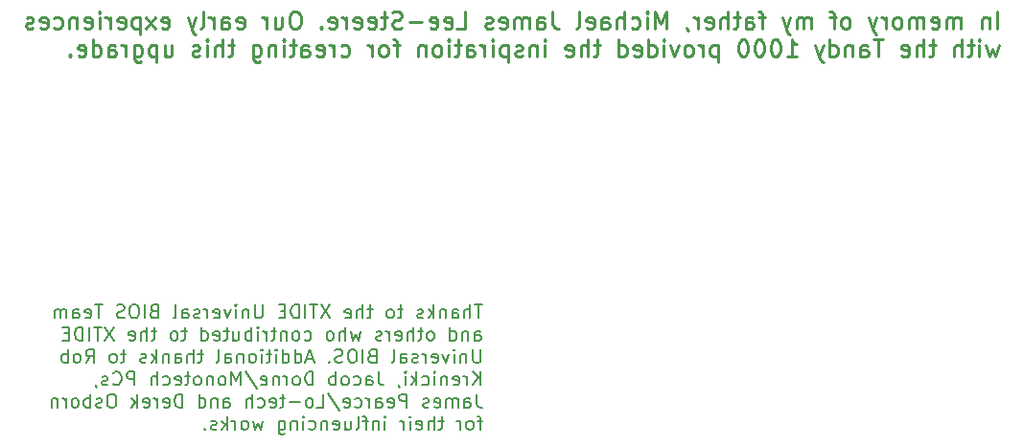
<source format=gbo>
%TF.GenerationSoftware,KiCad,Pcbnew,(5.1.9)-1*%
%TF.CreationDate,2021-10-06T12:09:35+08:00*%
%TF.ProjectId,Tandy1000Essentials,54616e64-7931-4303-9030-457373656e74,rev?*%
%TF.SameCoordinates,Original*%
%TF.FileFunction,Legend,Bot*%
%TF.FilePolarity,Positive*%
%FSLAX46Y46*%
G04 Gerber Fmt 4.6, Leading zero omitted, Abs format (unit mm)*
G04 Created by KiCad (PCBNEW (5.1.9)-1) date 2021-10-06 12:09:35*
%MOMM*%
%LPD*%
G01*
G04 APERTURE LIST*
%ADD10C,0.225000*%
%ADD11C,0.175000*%
G04 APERTURE END LIST*
D10*
X189361607Y-44907071D02*
X189361607Y-43407071D01*
X188647321Y-43907071D02*
X188647321Y-44907071D01*
X188647321Y-44049928D02*
X188575892Y-43978500D01*
X188433035Y-43907071D01*
X188218750Y-43907071D01*
X188075892Y-43978500D01*
X188004464Y-44121357D01*
X188004464Y-44907071D01*
X186147321Y-44907071D02*
X186147321Y-43907071D01*
X186147321Y-44049928D02*
X186075892Y-43978500D01*
X185933035Y-43907071D01*
X185718750Y-43907071D01*
X185575892Y-43978500D01*
X185504464Y-44121357D01*
X185504464Y-44907071D01*
X185504464Y-44121357D02*
X185433035Y-43978500D01*
X185290178Y-43907071D01*
X185075892Y-43907071D01*
X184933035Y-43978500D01*
X184861607Y-44121357D01*
X184861607Y-44907071D01*
X183575892Y-44835642D02*
X183718750Y-44907071D01*
X184004464Y-44907071D01*
X184147321Y-44835642D01*
X184218750Y-44692785D01*
X184218750Y-44121357D01*
X184147321Y-43978500D01*
X184004464Y-43907071D01*
X183718750Y-43907071D01*
X183575892Y-43978500D01*
X183504464Y-44121357D01*
X183504464Y-44264214D01*
X184218750Y-44407071D01*
X182861607Y-44907071D02*
X182861607Y-43907071D01*
X182861607Y-44049928D02*
X182790178Y-43978500D01*
X182647321Y-43907071D01*
X182433035Y-43907071D01*
X182290178Y-43978500D01*
X182218750Y-44121357D01*
X182218750Y-44907071D01*
X182218750Y-44121357D02*
X182147321Y-43978500D01*
X182004464Y-43907071D01*
X181790178Y-43907071D01*
X181647321Y-43978500D01*
X181575892Y-44121357D01*
X181575892Y-44907071D01*
X180647321Y-44907071D02*
X180790178Y-44835642D01*
X180861607Y-44764214D01*
X180933035Y-44621357D01*
X180933035Y-44192785D01*
X180861607Y-44049928D01*
X180790178Y-43978500D01*
X180647321Y-43907071D01*
X180433035Y-43907071D01*
X180290178Y-43978500D01*
X180218750Y-44049928D01*
X180147321Y-44192785D01*
X180147321Y-44621357D01*
X180218750Y-44764214D01*
X180290178Y-44835642D01*
X180433035Y-44907071D01*
X180647321Y-44907071D01*
X179504464Y-44907071D02*
X179504464Y-43907071D01*
X179504464Y-44192785D02*
X179433035Y-44049928D01*
X179361607Y-43978500D01*
X179218750Y-43907071D01*
X179075892Y-43907071D01*
X178718750Y-43907071D02*
X178361607Y-44907071D01*
X178004464Y-43907071D02*
X178361607Y-44907071D01*
X178504464Y-45264214D01*
X178575892Y-45335642D01*
X178718750Y-45407071D01*
X176075892Y-44907071D02*
X176218750Y-44835642D01*
X176290178Y-44764214D01*
X176361607Y-44621357D01*
X176361607Y-44192785D01*
X176290178Y-44049928D01*
X176218750Y-43978500D01*
X176075892Y-43907071D01*
X175861607Y-43907071D01*
X175718750Y-43978500D01*
X175647321Y-44049928D01*
X175575892Y-44192785D01*
X175575892Y-44621357D01*
X175647321Y-44764214D01*
X175718750Y-44835642D01*
X175861607Y-44907071D01*
X176075892Y-44907071D01*
X175147321Y-43907071D02*
X174575892Y-43907071D01*
X174933035Y-44907071D02*
X174933035Y-43621357D01*
X174861607Y-43478500D01*
X174718750Y-43407071D01*
X174575892Y-43407071D01*
X172933035Y-44907071D02*
X172933035Y-43907071D01*
X172933035Y-44049928D02*
X172861607Y-43978500D01*
X172718750Y-43907071D01*
X172504464Y-43907071D01*
X172361607Y-43978500D01*
X172290178Y-44121357D01*
X172290178Y-44907071D01*
X172290178Y-44121357D02*
X172218750Y-43978500D01*
X172075892Y-43907071D01*
X171861607Y-43907071D01*
X171718750Y-43978500D01*
X171647321Y-44121357D01*
X171647321Y-44907071D01*
X171075892Y-43907071D02*
X170718750Y-44907071D01*
X170361607Y-43907071D02*
X170718750Y-44907071D01*
X170861607Y-45264214D01*
X170933035Y-45335642D01*
X171075892Y-45407071D01*
X168861607Y-43907071D02*
X168290178Y-43907071D01*
X168647321Y-44907071D02*
X168647321Y-43621357D01*
X168575892Y-43478500D01*
X168433035Y-43407071D01*
X168290178Y-43407071D01*
X167147321Y-44907071D02*
X167147321Y-44121357D01*
X167218750Y-43978500D01*
X167361607Y-43907071D01*
X167647321Y-43907071D01*
X167790178Y-43978500D01*
X167147321Y-44835642D02*
X167290178Y-44907071D01*
X167647321Y-44907071D01*
X167790178Y-44835642D01*
X167861607Y-44692785D01*
X167861607Y-44549928D01*
X167790178Y-44407071D01*
X167647321Y-44335642D01*
X167290178Y-44335642D01*
X167147321Y-44264214D01*
X166647321Y-43907071D02*
X166075892Y-43907071D01*
X166433035Y-43407071D02*
X166433035Y-44692785D01*
X166361607Y-44835642D01*
X166218750Y-44907071D01*
X166075892Y-44907071D01*
X165575892Y-44907071D02*
X165575892Y-43407071D01*
X164933035Y-44907071D02*
X164933035Y-44121357D01*
X165004464Y-43978500D01*
X165147321Y-43907071D01*
X165361607Y-43907071D01*
X165504464Y-43978500D01*
X165575892Y-44049928D01*
X163647321Y-44835642D02*
X163790178Y-44907071D01*
X164075892Y-44907071D01*
X164218750Y-44835642D01*
X164290178Y-44692785D01*
X164290178Y-44121357D01*
X164218750Y-43978500D01*
X164075892Y-43907071D01*
X163790178Y-43907071D01*
X163647321Y-43978500D01*
X163575892Y-44121357D01*
X163575892Y-44264214D01*
X164290178Y-44407071D01*
X162933035Y-44907071D02*
X162933035Y-43907071D01*
X162933035Y-44192785D02*
X162861607Y-44049928D01*
X162790178Y-43978500D01*
X162647321Y-43907071D01*
X162504464Y-43907071D01*
X161933035Y-44835642D02*
X161933035Y-44907071D01*
X162004464Y-45049928D01*
X162075892Y-45121357D01*
X160147321Y-44907071D02*
X160147321Y-43407071D01*
X159647321Y-44478500D01*
X159147321Y-43407071D01*
X159147321Y-44907071D01*
X158433035Y-44907071D02*
X158433035Y-43907071D01*
X158433035Y-43407071D02*
X158504464Y-43478500D01*
X158433035Y-43549928D01*
X158361607Y-43478500D01*
X158433035Y-43407071D01*
X158433035Y-43549928D01*
X157075892Y-44835642D02*
X157218750Y-44907071D01*
X157504464Y-44907071D01*
X157647321Y-44835642D01*
X157718750Y-44764214D01*
X157790178Y-44621357D01*
X157790178Y-44192785D01*
X157718750Y-44049928D01*
X157647321Y-43978500D01*
X157504464Y-43907071D01*
X157218750Y-43907071D01*
X157075892Y-43978500D01*
X156433035Y-44907071D02*
X156433035Y-43407071D01*
X155790178Y-44907071D02*
X155790178Y-44121357D01*
X155861607Y-43978500D01*
X156004464Y-43907071D01*
X156218750Y-43907071D01*
X156361607Y-43978500D01*
X156433035Y-44049928D01*
X154433035Y-44907071D02*
X154433035Y-44121357D01*
X154504464Y-43978500D01*
X154647321Y-43907071D01*
X154933035Y-43907071D01*
X155075892Y-43978500D01*
X154433035Y-44835642D02*
X154575892Y-44907071D01*
X154933035Y-44907071D01*
X155075892Y-44835642D01*
X155147321Y-44692785D01*
X155147321Y-44549928D01*
X155075892Y-44407071D01*
X154933035Y-44335642D01*
X154575892Y-44335642D01*
X154433035Y-44264214D01*
X153147321Y-44835642D02*
X153290178Y-44907071D01*
X153575892Y-44907071D01*
X153718750Y-44835642D01*
X153790178Y-44692785D01*
X153790178Y-44121357D01*
X153718750Y-43978500D01*
X153575892Y-43907071D01*
X153290178Y-43907071D01*
X153147321Y-43978500D01*
X153075892Y-44121357D01*
X153075892Y-44264214D01*
X153790178Y-44407071D01*
X152218750Y-44907071D02*
X152361607Y-44835642D01*
X152433035Y-44692785D01*
X152433035Y-43407071D01*
X150075892Y-43407071D02*
X150075892Y-44478500D01*
X150147321Y-44692785D01*
X150290178Y-44835642D01*
X150504464Y-44907071D01*
X150647321Y-44907071D01*
X148718750Y-44907071D02*
X148718750Y-44121357D01*
X148790178Y-43978500D01*
X148933035Y-43907071D01*
X149218750Y-43907071D01*
X149361607Y-43978500D01*
X148718750Y-44835642D02*
X148861607Y-44907071D01*
X149218750Y-44907071D01*
X149361607Y-44835642D01*
X149433035Y-44692785D01*
X149433035Y-44549928D01*
X149361607Y-44407071D01*
X149218750Y-44335642D01*
X148861607Y-44335642D01*
X148718750Y-44264214D01*
X148004464Y-44907071D02*
X148004464Y-43907071D01*
X148004464Y-44049928D02*
X147933035Y-43978500D01*
X147790178Y-43907071D01*
X147575892Y-43907071D01*
X147433035Y-43978500D01*
X147361607Y-44121357D01*
X147361607Y-44907071D01*
X147361607Y-44121357D02*
X147290178Y-43978500D01*
X147147321Y-43907071D01*
X146933035Y-43907071D01*
X146790178Y-43978500D01*
X146718750Y-44121357D01*
X146718750Y-44907071D01*
X145433035Y-44835642D02*
X145575892Y-44907071D01*
X145861607Y-44907071D01*
X146004464Y-44835642D01*
X146075892Y-44692785D01*
X146075892Y-44121357D01*
X146004464Y-43978500D01*
X145861607Y-43907071D01*
X145575892Y-43907071D01*
X145433035Y-43978500D01*
X145361607Y-44121357D01*
X145361607Y-44264214D01*
X146075892Y-44407071D01*
X144790178Y-44835642D02*
X144647321Y-44907071D01*
X144361607Y-44907071D01*
X144218750Y-44835642D01*
X144147321Y-44692785D01*
X144147321Y-44621357D01*
X144218750Y-44478500D01*
X144361607Y-44407071D01*
X144575892Y-44407071D01*
X144718750Y-44335642D01*
X144790178Y-44192785D01*
X144790178Y-44121357D01*
X144718750Y-43978500D01*
X144575892Y-43907071D01*
X144361607Y-43907071D01*
X144218750Y-43978500D01*
X141647321Y-44907071D02*
X142361607Y-44907071D01*
X142361607Y-43407071D01*
X140575892Y-44835642D02*
X140718750Y-44907071D01*
X141004464Y-44907071D01*
X141147321Y-44835642D01*
X141218750Y-44692785D01*
X141218750Y-44121357D01*
X141147321Y-43978500D01*
X141004464Y-43907071D01*
X140718750Y-43907071D01*
X140575892Y-43978500D01*
X140504464Y-44121357D01*
X140504464Y-44264214D01*
X141218750Y-44407071D01*
X139290178Y-44835642D02*
X139433035Y-44907071D01*
X139718750Y-44907071D01*
X139861607Y-44835642D01*
X139933035Y-44692785D01*
X139933035Y-44121357D01*
X139861607Y-43978500D01*
X139718750Y-43907071D01*
X139433035Y-43907071D01*
X139290178Y-43978500D01*
X139218750Y-44121357D01*
X139218750Y-44264214D01*
X139933035Y-44407071D01*
X138575892Y-44335642D02*
X137433035Y-44335642D01*
X136790178Y-44835642D02*
X136575892Y-44907071D01*
X136218750Y-44907071D01*
X136075892Y-44835642D01*
X136004464Y-44764214D01*
X135933035Y-44621357D01*
X135933035Y-44478500D01*
X136004464Y-44335642D01*
X136075892Y-44264214D01*
X136218750Y-44192785D01*
X136504464Y-44121357D01*
X136647321Y-44049928D01*
X136718750Y-43978500D01*
X136790178Y-43835642D01*
X136790178Y-43692785D01*
X136718750Y-43549928D01*
X136647321Y-43478500D01*
X136504464Y-43407071D01*
X136147321Y-43407071D01*
X135933035Y-43478500D01*
X135504464Y-43907071D02*
X134933035Y-43907071D01*
X135290178Y-43407071D02*
X135290178Y-44692785D01*
X135218750Y-44835642D01*
X135075892Y-44907071D01*
X134933035Y-44907071D01*
X133861607Y-44835642D02*
X134004464Y-44907071D01*
X134290178Y-44907071D01*
X134433035Y-44835642D01*
X134504464Y-44692785D01*
X134504464Y-44121357D01*
X134433035Y-43978500D01*
X134290178Y-43907071D01*
X134004464Y-43907071D01*
X133861607Y-43978500D01*
X133790178Y-44121357D01*
X133790178Y-44264214D01*
X134504464Y-44407071D01*
X132575892Y-44835642D02*
X132718750Y-44907071D01*
X133004464Y-44907071D01*
X133147321Y-44835642D01*
X133218750Y-44692785D01*
X133218750Y-44121357D01*
X133147321Y-43978500D01*
X133004464Y-43907071D01*
X132718750Y-43907071D01*
X132575892Y-43978500D01*
X132504464Y-44121357D01*
X132504464Y-44264214D01*
X133218750Y-44407071D01*
X131861607Y-44907071D02*
X131861607Y-43907071D01*
X131861607Y-44192785D02*
X131790178Y-44049928D01*
X131718750Y-43978500D01*
X131575892Y-43907071D01*
X131433035Y-43907071D01*
X130361607Y-44835642D02*
X130504464Y-44907071D01*
X130790178Y-44907071D01*
X130933035Y-44835642D01*
X131004464Y-44692785D01*
X131004464Y-44121357D01*
X130933035Y-43978500D01*
X130790178Y-43907071D01*
X130504464Y-43907071D01*
X130361607Y-43978500D01*
X130290178Y-44121357D01*
X130290178Y-44264214D01*
X131004464Y-44407071D01*
X129647321Y-44764214D02*
X129575892Y-44835642D01*
X129647321Y-44907071D01*
X129718750Y-44835642D01*
X129647321Y-44764214D01*
X129647321Y-44907071D01*
X127504464Y-43407071D02*
X127218750Y-43407071D01*
X127075892Y-43478500D01*
X126933035Y-43621357D01*
X126861607Y-43907071D01*
X126861607Y-44407071D01*
X126933035Y-44692785D01*
X127075892Y-44835642D01*
X127218750Y-44907071D01*
X127504464Y-44907071D01*
X127647321Y-44835642D01*
X127790178Y-44692785D01*
X127861607Y-44407071D01*
X127861607Y-43907071D01*
X127790178Y-43621357D01*
X127647321Y-43478500D01*
X127504464Y-43407071D01*
X125575892Y-43907071D02*
X125575892Y-44907071D01*
X126218750Y-43907071D02*
X126218750Y-44692785D01*
X126147321Y-44835642D01*
X126004464Y-44907071D01*
X125790178Y-44907071D01*
X125647321Y-44835642D01*
X125575892Y-44764214D01*
X124861607Y-44907071D02*
X124861607Y-43907071D01*
X124861607Y-44192785D02*
X124790178Y-44049928D01*
X124718750Y-43978500D01*
X124575892Y-43907071D01*
X124433035Y-43907071D01*
X122218750Y-44835642D02*
X122361607Y-44907071D01*
X122647321Y-44907071D01*
X122790178Y-44835642D01*
X122861607Y-44692785D01*
X122861607Y-44121357D01*
X122790178Y-43978500D01*
X122647321Y-43907071D01*
X122361607Y-43907071D01*
X122218750Y-43978500D01*
X122147321Y-44121357D01*
X122147321Y-44264214D01*
X122861607Y-44407071D01*
X120861607Y-44907071D02*
X120861607Y-44121357D01*
X120933035Y-43978500D01*
X121075892Y-43907071D01*
X121361607Y-43907071D01*
X121504464Y-43978500D01*
X120861607Y-44835642D02*
X121004464Y-44907071D01*
X121361607Y-44907071D01*
X121504464Y-44835642D01*
X121575892Y-44692785D01*
X121575892Y-44549928D01*
X121504464Y-44407071D01*
X121361607Y-44335642D01*
X121004464Y-44335642D01*
X120861607Y-44264214D01*
X120147321Y-44907071D02*
X120147321Y-43907071D01*
X120147321Y-44192785D02*
X120075892Y-44049928D01*
X120004464Y-43978500D01*
X119861607Y-43907071D01*
X119718750Y-43907071D01*
X119004464Y-44907071D02*
X119147321Y-44835642D01*
X119218750Y-44692785D01*
X119218750Y-43407071D01*
X118575892Y-43907071D02*
X118218750Y-44907071D01*
X117861607Y-43907071D02*
X118218750Y-44907071D01*
X118361607Y-45264214D01*
X118433035Y-45335642D01*
X118575892Y-45407071D01*
X115575892Y-44835642D02*
X115718750Y-44907071D01*
X116004464Y-44907071D01*
X116147321Y-44835642D01*
X116218750Y-44692785D01*
X116218750Y-44121357D01*
X116147321Y-43978500D01*
X116004464Y-43907071D01*
X115718750Y-43907071D01*
X115575892Y-43978500D01*
X115504464Y-44121357D01*
X115504464Y-44264214D01*
X116218750Y-44407071D01*
X115004464Y-44907071D02*
X114218750Y-43907071D01*
X115004464Y-43907071D02*
X114218750Y-44907071D01*
X113647321Y-43907071D02*
X113647321Y-45407071D01*
X113647321Y-43978500D02*
X113504464Y-43907071D01*
X113218750Y-43907071D01*
X113075892Y-43978500D01*
X113004464Y-44049928D01*
X112933035Y-44192785D01*
X112933035Y-44621357D01*
X113004464Y-44764214D01*
X113075892Y-44835642D01*
X113218750Y-44907071D01*
X113504464Y-44907071D01*
X113647321Y-44835642D01*
X111718750Y-44835642D02*
X111861607Y-44907071D01*
X112147321Y-44907071D01*
X112290178Y-44835642D01*
X112361607Y-44692785D01*
X112361607Y-44121357D01*
X112290178Y-43978500D01*
X112147321Y-43907071D01*
X111861607Y-43907071D01*
X111718750Y-43978500D01*
X111647321Y-44121357D01*
X111647321Y-44264214D01*
X112361607Y-44407071D01*
X111004464Y-44907071D02*
X111004464Y-43907071D01*
X111004464Y-44192785D02*
X110933035Y-44049928D01*
X110861607Y-43978500D01*
X110718750Y-43907071D01*
X110575892Y-43907071D01*
X110075892Y-44907071D02*
X110075892Y-43907071D01*
X110075892Y-43407071D02*
X110147321Y-43478500D01*
X110075892Y-43549928D01*
X110004464Y-43478500D01*
X110075892Y-43407071D01*
X110075892Y-43549928D01*
X108790178Y-44835642D02*
X108933035Y-44907071D01*
X109218750Y-44907071D01*
X109361607Y-44835642D01*
X109433035Y-44692785D01*
X109433035Y-44121357D01*
X109361607Y-43978500D01*
X109218750Y-43907071D01*
X108933035Y-43907071D01*
X108790178Y-43978500D01*
X108718750Y-44121357D01*
X108718750Y-44264214D01*
X109433035Y-44407071D01*
X108075892Y-43907071D02*
X108075892Y-44907071D01*
X108075892Y-44049928D02*
X108004464Y-43978500D01*
X107861607Y-43907071D01*
X107647321Y-43907071D01*
X107504464Y-43978500D01*
X107433035Y-44121357D01*
X107433035Y-44907071D01*
X106075892Y-44835642D02*
X106218750Y-44907071D01*
X106504464Y-44907071D01*
X106647321Y-44835642D01*
X106718750Y-44764214D01*
X106790178Y-44621357D01*
X106790178Y-44192785D01*
X106718750Y-44049928D01*
X106647321Y-43978500D01*
X106504464Y-43907071D01*
X106218750Y-43907071D01*
X106075892Y-43978500D01*
X104861607Y-44835642D02*
X105004464Y-44907071D01*
X105290178Y-44907071D01*
X105433035Y-44835642D01*
X105504464Y-44692785D01*
X105504464Y-44121357D01*
X105433035Y-43978500D01*
X105290178Y-43907071D01*
X105004464Y-43907071D01*
X104861607Y-43978500D01*
X104790178Y-44121357D01*
X104790178Y-44264214D01*
X105504464Y-44407071D01*
X104218750Y-44835642D02*
X104075892Y-44907071D01*
X103790178Y-44907071D01*
X103647321Y-44835642D01*
X103575892Y-44692785D01*
X103575892Y-44621357D01*
X103647321Y-44478500D01*
X103790178Y-44407071D01*
X104004464Y-44407071D01*
X104147321Y-44335642D01*
X104218750Y-44192785D01*
X104218750Y-44121357D01*
X104147321Y-43978500D01*
X104004464Y-43907071D01*
X103790178Y-43907071D01*
X103647321Y-43978500D01*
X189504464Y-46382071D02*
X189218750Y-47382071D01*
X188933035Y-46667785D01*
X188647321Y-47382071D01*
X188361607Y-46382071D01*
X187790178Y-47382071D02*
X187790178Y-46382071D01*
X187790178Y-45882071D02*
X187861607Y-45953500D01*
X187790178Y-46024928D01*
X187718750Y-45953500D01*
X187790178Y-45882071D01*
X187790178Y-46024928D01*
X187290178Y-46382071D02*
X186718750Y-46382071D01*
X187075892Y-45882071D02*
X187075892Y-47167785D01*
X187004464Y-47310642D01*
X186861607Y-47382071D01*
X186718750Y-47382071D01*
X186218750Y-47382071D02*
X186218750Y-45882071D01*
X185575892Y-47382071D02*
X185575892Y-46596357D01*
X185647321Y-46453500D01*
X185790178Y-46382071D01*
X186004464Y-46382071D01*
X186147321Y-46453500D01*
X186218750Y-46524928D01*
X183933035Y-46382071D02*
X183361607Y-46382071D01*
X183718750Y-45882071D02*
X183718750Y-47167785D01*
X183647321Y-47310642D01*
X183504464Y-47382071D01*
X183361607Y-47382071D01*
X182861607Y-47382071D02*
X182861607Y-45882071D01*
X182218750Y-47382071D02*
X182218750Y-46596357D01*
X182290178Y-46453500D01*
X182433035Y-46382071D01*
X182647321Y-46382071D01*
X182790178Y-46453500D01*
X182861607Y-46524928D01*
X180933035Y-47310642D02*
X181075892Y-47382071D01*
X181361607Y-47382071D01*
X181504464Y-47310642D01*
X181575892Y-47167785D01*
X181575892Y-46596357D01*
X181504464Y-46453500D01*
X181361607Y-46382071D01*
X181075892Y-46382071D01*
X180933035Y-46453500D01*
X180861607Y-46596357D01*
X180861607Y-46739214D01*
X181575892Y-46882071D01*
X179290178Y-45882071D02*
X178433035Y-45882071D01*
X178861607Y-47382071D02*
X178861607Y-45882071D01*
X177290178Y-47382071D02*
X177290178Y-46596357D01*
X177361607Y-46453500D01*
X177504464Y-46382071D01*
X177790178Y-46382071D01*
X177933035Y-46453500D01*
X177290178Y-47310642D02*
X177433035Y-47382071D01*
X177790178Y-47382071D01*
X177933035Y-47310642D01*
X178004464Y-47167785D01*
X178004464Y-47024928D01*
X177933035Y-46882071D01*
X177790178Y-46810642D01*
X177433035Y-46810642D01*
X177290178Y-46739214D01*
X176575892Y-46382071D02*
X176575892Y-47382071D01*
X176575892Y-46524928D02*
X176504464Y-46453500D01*
X176361607Y-46382071D01*
X176147321Y-46382071D01*
X176004464Y-46453500D01*
X175933035Y-46596357D01*
X175933035Y-47382071D01*
X174575892Y-47382071D02*
X174575892Y-45882071D01*
X174575892Y-47310642D02*
X174718750Y-47382071D01*
X175004464Y-47382071D01*
X175147321Y-47310642D01*
X175218750Y-47239214D01*
X175290178Y-47096357D01*
X175290178Y-46667785D01*
X175218750Y-46524928D01*
X175147321Y-46453500D01*
X175004464Y-46382071D01*
X174718750Y-46382071D01*
X174575892Y-46453500D01*
X174004464Y-46382071D02*
X173647321Y-47382071D01*
X173290178Y-46382071D02*
X173647321Y-47382071D01*
X173790178Y-47739214D01*
X173861607Y-47810642D01*
X174004464Y-47882071D01*
X170790178Y-47382071D02*
X171647321Y-47382071D01*
X171218750Y-47382071D02*
X171218750Y-45882071D01*
X171361607Y-46096357D01*
X171504464Y-46239214D01*
X171647321Y-46310642D01*
X169861607Y-45882071D02*
X169718750Y-45882071D01*
X169575892Y-45953500D01*
X169504464Y-46024928D01*
X169433035Y-46167785D01*
X169361607Y-46453500D01*
X169361607Y-46810642D01*
X169433035Y-47096357D01*
X169504464Y-47239214D01*
X169575892Y-47310642D01*
X169718750Y-47382071D01*
X169861607Y-47382071D01*
X170004464Y-47310642D01*
X170075892Y-47239214D01*
X170147321Y-47096357D01*
X170218750Y-46810642D01*
X170218750Y-46453500D01*
X170147321Y-46167785D01*
X170075892Y-46024928D01*
X170004464Y-45953500D01*
X169861607Y-45882071D01*
X168433035Y-45882071D02*
X168290178Y-45882071D01*
X168147321Y-45953500D01*
X168075892Y-46024928D01*
X168004464Y-46167785D01*
X167933035Y-46453500D01*
X167933035Y-46810642D01*
X168004464Y-47096357D01*
X168075892Y-47239214D01*
X168147321Y-47310642D01*
X168290178Y-47382071D01*
X168433035Y-47382071D01*
X168575892Y-47310642D01*
X168647321Y-47239214D01*
X168718750Y-47096357D01*
X168790178Y-46810642D01*
X168790178Y-46453500D01*
X168718750Y-46167785D01*
X168647321Y-46024928D01*
X168575892Y-45953500D01*
X168433035Y-45882071D01*
X167004464Y-45882071D02*
X166861607Y-45882071D01*
X166718750Y-45953500D01*
X166647321Y-46024928D01*
X166575892Y-46167785D01*
X166504464Y-46453500D01*
X166504464Y-46810642D01*
X166575892Y-47096357D01*
X166647321Y-47239214D01*
X166718750Y-47310642D01*
X166861607Y-47382071D01*
X167004464Y-47382071D01*
X167147321Y-47310642D01*
X167218750Y-47239214D01*
X167290178Y-47096357D01*
X167361607Y-46810642D01*
X167361607Y-46453500D01*
X167290178Y-46167785D01*
X167218750Y-46024928D01*
X167147321Y-45953500D01*
X167004464Y-45882071D01*
X164718750Y-46382071D02*
X164718750Y-47882071D01*
X164718750Y-46453500D02*
X164575892Y-46382071D01*
X164290178Y-46382071D01*
X164147321Y-46453500D01*
X164075892Y-46524928D01*
X164004464Y-46667785D01*
X164004464Y-47096357D01*
X164075892Y-47239214D01*
X164147321Y-47310642D01*
X164290178Y-47382071D01*
X164575892Y-47382071D01*
X164718750Y-47310642D01*
X163361607Y-47382071D02*
X163361607Y-46382071D01*
X163361607Y-46667785D02*
X163290178Y-46524928D01*
X163218750Y-46453500D01*
X163075892Y-46382071D01*
X162933035Y-46382071D01*
X162218750Y-47382071D02*
X162361607Y-47310642D01*
X162433035Y-47239214D01*
X162504464Y-47096357D01*
X162504464Y-46667785D01*
X162433035Y-46524928D01*
X162361607Y-46453500D01*
X162218750Y-46382071D01*
X162004464Y-46382071D01*
X161861607Y-46453500D01*
X161790178Y-46524928D01*
X161718750Y-46667785D01*
X161718750Y-47096357D01*
X161790178Y-47239214D01*
X161861607Y-47310642D01*
X162004464Y-47382071D01*
X162218750Y-47382071D01*
X161218750Y-46382071D02*
X160861607Y-47382071D01*
X160504464Y-46382071D01*
X159933035Y-47382071D02*
X159933035Y-46382071D01*
X159933035Y-45882071D02*
X160004464Y-45953500D01*
X159933035Y-46024928D01*
X159861607Y-45953500D01*
X159933035Y-45882071D01*
X159933035Y-46024928D01*
X158575892Y-47382071D02*
X158575892Y-45882071D01*
X158575892Y-47310642D02*
X158718750Y-47382071D01*
X159004464Y-47382071D01*
X159147321Y-47310642D01*
X159218750Y-47239214D01*
X159290178Y-47096357D01*
X159290178Y-46667785D01*
X159218750Y-46524928D01*
X159147321Y-46453500D01*
X159004464Y-46382071D01*
X158718750Y-46382071D01*
X158575892Y-46453500D01*
X157290178Y-47310642D02*
X157433035Y-47382071D01*
X157718750Y-47382071D01*
X157861607Y-47310642D01*
X157933035Y-47167785D01*
X157933035Y-46596357D01*
X157861607Y-46453500D01*
X157718750Y-46382071D01*
X157433035Y-46382071D01*
X157290178Y-46453500D01*
X157218750Y-46596357D01*
X157218750Y-46739214D01*
X157933035Y-46882071D01*
X155933035Y-47382071D02*
X155933035Y-45882071D01*
X155933035Y-47310642D02*
X156075892Y-47382071D01*
X156361607Y-47382071D01*
X156504464Y-47310642D01*
X156575892Y-47239214D01*
X156647321Y-47096357D01*
X156647321Y-46667785D01*
X156575892Y-46524928D01*
X156504464Y-46453500D01*
X156361607Y-46382071D01*
X156075892Y-46382071D01*
X155933035Y-46453500D01*
X154290178Y-46382071D02*
X153718750Y-46382071D01*
X154075892Y-45882071D02*
X154075892Y-47167785D01*
X154004464Y-47310642D01*
X153861607Y-47382071D01*
X153718750Y-47382071D01*
X153218750Y-47382071D02*
X153218750Y-45882071D01*
X152575892Y-47382071D02*
X152575892Y-46596357D01*
X152647321Y-46453500D01*
X152790178Y-46382071D01*
X153004464Y-46382071D01*
X153147321Y-46453500D01*
X153218750Y-46524928D01*
X151290178Y-47310642D02*
X151433035Y-47382071D01*
X151718750Y-47382071D01*
X151861607Y-47310642D01*
X151933035Y-47167785D01*
X151933035Y-46596357D01*
X151861607Y-46453500D01*
X151718750Y-46382071D01*
X151433035Y-46382071D01*
X151290178Y-46453500D01*
X151218750Y-46596357D01*
X151218750Y-46739214D01*
X151933035Y-46882071D01*
X149433035Y-47382071D02*
X149433035Y-46382071D01*
X149433035Y-45882071D02*
X149504464Y-45953500D01*
X149433035Y-46024928D01*
X149361607Y-45953500D01*
X149433035Y-45882071D01*
X149433035Y-46024928D01*
X148718750Y-46382071D02*
X148718750Y-47382071D01*
X148718750Y-46524928D02*
X148647321Y-46453500D01*
X148504464Y-46382071D01*
X148290178Y-46382071D01*
X148147321Y-46453500D01*
X148075892Y-46596357D01*
X148075892Y-47382071D01*
X147433035Y-47310642D02*
X147290178Y-47382071D01*
X147004464Y-47382071D01*
X146861607Y-47310642D01*
X146790178Y-47167785D01*
X146790178Y-47096357D01*
X146861607Y-46953500D01*
X147004464Y-46882071D01*
X147218750Y-46882071D01*
X147361607Y-46810642D01*
X147433035Y-46667785D01*
X147433035Y-46596357D01*
X147361607Y-46453500D01*
X147218750Y-46382071D01*
X147004464Y-46382071D01*
X146861607Y-46453500D01*
X146147321Y-46382071D02*
X146147321Y-47882071D01*
X146147321Y-46453500D02*
X146004464Y-46382071D01*
X145718750Y-46382071D01*
X145575892Y-46453500D01*
X145504464Y-46524928D01*
X145433035Y-46667785D01*
X145433035Y-47096357D01*
X145504464Y-47239214D01*
X145575892Y-47310642D01*
X145718750Y-47382071D01*
X146004464Y-47382071D01*
X146147321Y-47310642D01*
X144790178Y-47382071D02*
X144790178Y-46382071D01*
X144790178Y-45882071D02*
X144861607Y-45953500D01*
X144790178Y-46024928D01*
X144718750Y-45953500D01*
X144790178Y-45882071D01*
X144790178Y-46024928D01*
X144075892Y-47382071D02*
X144075892Y-46382071D01*
X144075892Y-46667785D02*
X144004464Y-46524928D01*
X143933035Y-46453500D01*
X143790178Y-46382071D01*
X143647321Y-46382071D01*
X142504464Y-47382071D02*
X142504464Y-46596357D01*
X142575892Y-46453500D01*
X142718750Y-46382071D01*
X143004464Y-46382071D01*
X143147321Y-46453500D01*
X142504464Y-47310642D02*
X142647321Y-47382071D01*
X143004464Y-47382071D01*
X143147321Y-47310642D01*
X143218750Y-47167785D01*
X143218750Y-47024928D01*
X143147321Y-46882071D01*
X143004464Y-46810642D01*
X142647321Y-46810642D01*
X142504464Y-46739214D01*
X142004464Y-46382071D02*
X141433035Y-46382071D01*
X141790178Y-45882071D02*
X141790178Y-47167785D01*
X141718750Y-47310642D01*
X141575892Y-47382071D01*
X141433035Y-47382071D01*
X140933035Y-47382071D02*
X140933035Y-46382071D01*
X140933035Y-45882071D02*
X141004464Y-45953500D01*
X140933035Y-46024928D01*
X140861607Y-45953500D01*
X140933035Y-45882071D01*
X140933035Y-46024928D01*
X140004464Y-47382071D02*
X140147321Y-47310642D01*
X140218750Y-47239214D01*
X140290178Y-47096357D01*
X140290178Y-46667785D01*
X140218750Y-46524928D01*
X140147321Y-46453500D01*
X140004464Y-46382071D01*
X139790178Y-46382071D01*
X139647321Y-46453500D01*
X139575892Y-46524928D01*
X139504464Y-46667785D01*
X139504464Y-47096357D01*
X139575892Y-47239214D01*
X139647321Y-47310642D01*
X139790178Y-47382071D01*
X140004464Y-47382071D01*
X138861607Y-46382071D02*
X138861607Y-47382071D01*
X138861607Y-46524928D02*
X138790178Y-46453500D01*
X138647321Y-46382071D01*
X138433035Y-46382071D01*
X138290178Y-46453500D01*
X138218750Y-46596357D01*
X138218750Y-47382071D01*
X136575892Y-46382071D02*
X136004464Y-46382071D01*
X136361607Y-47382071D02*
X136361607Y-46096357D01*
X136290178Y-45953500D01*
X136147321Y-45882071D01*
X136004464Y-45882071D01*
X135290178Y-47382071D02*
X135433035Y-47310642D01*
X135504464Y-47239214D01*
X135575892Y-47096357D01*
X135575892Y-46667785D01*
X135504464Y-46524928D01*
X135433035Y-46453500D01*
X135290178Y-46382071D01*
X135075892Y-46382071D01*
X134933035Y-46453500D01*
X134861607Y-46524928D01*
X134790178Y-46667785D01*
X134790178Y-47096357D01*
X134861607Y-47239214D01*
X134933035Y-47310642D01*
X135075892Y-47382071D01*
X135290178Y-47382071D01*
X134147321Y-47382071D02*
X134147321Y-46382071D01*
X134147321Y-46667785D02*
X134075892Y-46524928D01*
X134004464Y-46453500D01*
X133861607Y-46382071D01*
X133718750Y-46382071D01*
X131433035Y-47310642D02*
X131575892Y-47382071D01*
X131861607Y-47382071D01*
X132004464Y-47310642D01*
X132075892Y-47239214D01*
X132147321Y-47096357D01*
X132147321Y-46667785D01*
X132075892Y-46524928D01*
X132004464Y-46453500D01*
X131861607Y-46382071D01*
X131575892Y-46382071D01*
X131433035Y-46453500D01*
X130790178Y-47382071D02*
X130790178Y-46382071D01*
X130790178Y-46667785D02*
X130718750Y-46524928D01*
X130647321Y-46453500D01*
X130504464Y-46382071D01*
X130361607Y-46382071D01*
X129290178Y-47310642D02*
X129433035Y-47382071D01*
X129718750Y-47382071D01*
X129861607Y-47310642D01*
X129933035Y-47167785D01*
X129933035Y-46596357D01*
X129861607Y-46453500D01*
X129718750Y-46382071D01*
X129433035Y-46382071D01*
X129290178Y-46453500D01*
X129218750Y-46596357D01*
X129218750Y-46739214D01*
X129933035Y-46882071D01*
X127933035Y-47382071D02*
X127933035Y-46596357D01*
X128004464Y-46453500D01*
X128147321Y-46382071D01*
X128433035Y-46382071D01*
X128575892Y-46453500D01*
X127933035Y-47310642D02*
X128075892Y-47382071D01*
X128433035Y-47382071D01*
X128575892Y-47310642D01*
X128647321Y-47167785D01*
X128647321Y-47024928D01*
X128575892Y-46882071D01*
X128433035Y-46810642D01*
X128075892Y-46810642D01*
X127933035Y-46739214D01*
X127433035Y-46382071D02*
X126861607Y-46382071D01*
X127218750Y-45882071D02*
X127218750Y-47167785D01*
X127147321Y-47310642D01*
X127004464Y-47382071D01*
X126861607Y-47382071D01*
X126361607Y-47382071D02*
X126361607Y-46382071D01*
X126361607Y-45882071D02*
X126433035Y-45953500D01*
X126361607Y-46024928D01*
X126290178Y-45953500D01*
X126361607Y-45882071D01*
X126361607Y-46024928D01*
X125647321Y-46382071D02*
X125647321Y-47382071D01*
X125647321Y-46524928D02*
X125575892Y-46453500D01*
X125433035Y-46382071D01*
X125218750Y-46382071D01*
X125075892Y-46453500D01*
X125004464Y-46596357D01*
X125004464Y-47382071D01*
X123647321Y-46382071D02*
X123647321Y-47596357D01*
X123718750Y-47739214D01*
X123790178Y-47810642D01*
X123933035Y-47882071D01*
X124147321Y-47882071D01*
X124290178Y-47810642D01*
X123647321Y-47310642D02*
X123790178Y-47382071D01*
X124075892Y-47382071D01*
X124218750Y-47310642D01*
X124290178Y-47239214D01*
X124361607Y-47096357D01*
X124361607Y-46667785D01*
X124290178Y-46524928D01*
X124218750Y-46453500D01*
X124075892Y-46382071D01*
X123790178Y-46382071D01*
X123647321Y-46453500D01*
X122004464Y-46382071D02*
X121433035Y-46382071D01*
X121790178Y-45882071D02*
X121790178Y-47167785D01*
X121718750Y-47310642D01*
X121575892Y-47382071D01*
X121433035Y-47382071D01*
X120933035Y-47382071D02*
X120933035Y-45882071D01*
X120290178Y-47382071D02*
X120290178Y-46596357D01*
X120361607Y-46453500D01*
X120504464Y-46382071D01*
X120718750Y-46382071D01*
X120861607Y-46453500D01*
X120933035Y-46524928D01*
X119575892Y-47382071D02*
X119575892Y-46382071D01*
X119575892Y-45882071D02*
X119647321Y-45953500D01*
X119575892Y-46024928D01*
X119504464Y-45953500D01*
X119575892Y-45882071D01*
X119575892Y-46024928D01*
X118933035Y-47310642D02*
X118790178Y-47382071D01*
X118504464Y-47382071D01*
X118361607Y-47310642D01*
X118290178Y-47167785D01*
X118290178Y-47096357D01*
X118361607Y-46953500D01*
X118504464Y-46882071D01*
X118718750Y-46882071D01*
X118861607Y-46810642D01*
X118933035Y-46667785D01*
X118933035Y-46596357D01*
X118861607Y-46453500D01*
X118718750Y-46382071D01*
X118504464Y-46382071D01*
X118361607Y-46453500D01*
X115861607Y-46382071D02*
X115861607Y-47382071D01*
X116504464Y-46382071D02*
X116504464Y-47167785D01*
X116433035Y-47310642D01*
X116290178Y-47382071D01*
X116075892Y-47382071D01*
X115933035Y-47310642D01*
X115861607Y-47239214D01*
X115147321Y-46382071D02*
X115147321Y-47882071D01*
X115147321Y-46453500D02*
X115004464Y-46382071D01*
X114718750Y-46382071D01*
X114575892Y-46453500D01*
X114504464Y-46524928D01*
X114433035Y-46667785D01*
X114433035Y-47096357D01*
X114504464Y-47239214D01*
X114575892Y-47310642D01*
X114718750Y-47382071D01*
X115004464Y-47382071D01*
X115147321Y-47310642D01*
X113147321Y-46382071D02*
X113147321Y-47596357D01*
X113218750Y-47739214D01*
X113290178Y-47810642D01*
X113433035Y-47882071D01*
X113647321Y-47882071D01*
X113790178Y-47810642D01*
X113147321Y-47310642D02*
X113290178Y-47382071D01*
X113575892Y-47382071D01*
X113718750Y-47310642D01*
X113790178Y-47239214D01*
X113861607Y-47096357D01*
X113861607Y-46667785D01*
X113790178Y-46524928D01*
X113718750Y-46453500D01*
X113575892Y-46382071D01*
X113290178Y-46382071D01*
X113147321Y-46453500D01*
X112433035Y-47382071D02*
X112433035Y-46382071D01*
X112433035Y-46667785D02*
X112361607Y-46524928D01*
X112290178Y-46453500D01*
X112147321Y-46382071D01*
X112004464Y-46382071D01*
X110861607Y-47382071D02*
X110861607Y-46596357D01*
X110933035Y-46453500D01*
X111075892Y-46382071D01*
X111361607Y-46382071D01*
X111504464Y-46453500D01*
X110861607Y-47310642D02*
X111004464Y-47382071D01*
X111361607Y-47382071D01*
X111504464Y-47310642D01*
X111575892Y-47167785D01*
X111575892Y-47024928D01*
X111504464Y-46882071D01*
X111361607Y-46810642D01*
X111004464Y-46810642D01*
X110861607Y-46739214D01*
X109504464Y-47382071D02*
X109504464Y-45882071D01*
X109504464Y-47310642D02*
X109647321Y-47382071D01*
X109933035Y-47382071D01*
X110075892Y-47310642D01*
X110147321Y-47239214D01*
X110218750Y-47096357D01*
X110218750Y-46667785D01*
X110147321Y-46524928D01*
X110075892Y-46453500D01*
X109933035Y-46382071D01*
X109647321Y-46382071D01*
X109504464Y-46453500D01*
X108218750Y-47310642D02*
X108361607Y-47382071D01*
X108647321Y-47382071D01*
X108790178Y-47310642D01*
X108861607Y-47167785D01*
X108861607Y-46596357D01*
X108790178Y-46453500D01*
X108647321Y-46382071D01*
X108361607Y-46382071D01*
X108218750Y-46453500D01*
X108147321Y-46596357D01*
X108147321Y-46739214D01*
X108861607Y-46882071D01*
X107504464Y-47239214D02*
X107433035Y-47310642D01*
X107504464Y-47382071D01*
X107575892Y-47310642D01*
X107504464Y-47239214D01*
X107504464Y-47382071D01*
D11*
X143916964Y-69335357D02*
X143231250Y-69335357D01*
X143574107Y-70535357D02*
X143574107Y-69335357D01*
X142831250Y-70535357D02*
X142831250Y-69335357D01*
X142316964Y-70535357D02*
X142316964Y-69906785D01*
X142374107Y-69792500D01*
X142488392Y-69735357D01*
X142659821Y-69735357D01*
X142774107Y-69792500D01*
X142831250Y-69849642D01*
X141231250Y-70535357D02*
X141231250Y-69906785D01*
X141288392Y-69792500D01*
X141402678Y-69735357D01*
X141631250Y-69735357D01*
X141745535Y-69792500D01*
X141231250Y-70478214D02*
X141345535Y-70535357D01*
X141631250Y-70535357D01*
X141745535Y-70478214D01*
X141802678Y-70363928D01*
X141802678Y-70249642D01*
X141745535Y-70135357D01*
X141631250Y-70078214D01*
X141345535Y-70078214D01*
X141231250Y-70021071D01*
X140659821Y-69735357D02*
X140659821Y-70535357D01*
X140659821Y-69849642D02*
X140602678Y-69792500D01*
X140488392Y-69735357D01*
X140316964Y-69735357D01*
X140202678Y-69792500D01*
X140145535Y-69906785D01*
X140145535Y-70535357D01*
X139574107Y-70535357D02*
X139574107Y-69335357D01*
X139459821Y-70078214D02*
X139116964Y-70535357D01*
X139116964Y-69735357D02*
X139574107Y-70192500D01*
X138659821Y-70478214D02*
X138545535Y-70535357D01*
X138316964Y-70535357D01*
X138202678Y-70478214D01*
X138145535Y-70363928D01*
X138145535Y-70306785D01*
X138202678Y-70192500D01*
X138316964Y-70135357D01*
X138488392Y-70135357D01*
X138602678Y-70078214D01*
X138659821Y-69963928D01*
X138659821Y-69906785D01*
X138602678Y-69792500D01*
X138488392Y-69735357D01*
X138316964Y-69735357D01*
X138202678Y-69792500D01*
X136888392Y-69735357D02*
X136431250Y-69735357D01*
X136716964Y-69335357D02*
X136716964Y-70363928D01*
X136659821Y-70478214D01*
X136545535Y-70535357D01*
X136431250Y-70535357D01*
X135859821Y-70535357D02*
X135974107Y-70478214D01*
X136031250Y-70421071D01*
X136088392Y-70306785D01*
X136088392Y-69963928D01*
X136031250Y-69849642D01*
X135974107Y-69792500D01*
X135859821Y-69735357D01*
X135688392Y-69735357D01*
X135574107Y-69792500D01*
X135516964Y-69849642D01*
X135459821Y-69963928D01*
X135459821Y-70306785D01*
X135516964Y-70421071D01*
X135574107Y-70478214D01*
X135688392Y-70535357D01*
X135859821Y-70535357D01*
X134202678Y-69735357D02*
X133745535Y-69735357D01*
X134031250Y-69335357D02*
X134031250Y-70363928D01*
X133974107Y-70478214D01*
X133859821Y-70535357D01*
X133745535Y-70535357D01*
X133345535Y-70535357D02*
X133345535Y-69335357D01*
X132831250Y-70535357D02*
X132831250Y-69906785D01*
X132888392Y-69792500D01*
X133002678Y-69735357D01*
X133174107Y-69735357D01*
X133288392Y-69792500D01*
X133345535Y-69849642D01*
X131802678Y-70478214D02*
X131916964Y-70535357D01*
X132145535Y-70535357D01*
X132259821Y-70478214D01*
X132316964Y-70363928D01*
X132316964Y-69906785D01*
X132259821Y-69792500D01*
X132145535Y-69735357D01*
X131916964Y-69735357D01*
X131802678Y-69792500D01*
X131745535Y-69906785D01*
X131745535Y-70021071D01*
X132316964Y-70135357D01*
X130431250Y-69335357D02*
X129631250Y-70535357D01*
X129631250Y-69335357D02*
X130431250Y-70535357D01*
X129345535Y-69335357D02*
X128659821Y-69335357D01*
X129002678Y-70535357D02*
X129002678Y-69335357D01*
X128259821Y-70535357D02*
X128259821Y-69335357D01*
X127688392Y-70535357D02*
X127688392Y-69335357D01*
X127402678Y-69335357D01*
X127231250Y-69392500D01*
X127116964Y-69506785D01*
X127059821Y-69621071D01*
X127002678Y-69849642D01*
X127002678Y-70021071D01*
X127059821Y-70249642D01*
X127116964Y-70363928D01*
X127231250Y-70478214D01*
X127402678Y-70535357D01*
X127688392Y-70535357D01*
X126488392Y-69906785D02*
X126088392Y-69906785D01*
X125916964Y-70535357D02*
X126488392Y-70535357D01*
X126488392Y-69335357D01*
X125916964Y-69335357D01*
X124488392Y-69335357D02*
X124488392Y-70306785D01*
X124431250Y-70421071D01*
X124374107Y-70478214D01*
X124259821Y-70535357D01*
X124031250Y-70535357D01*
X123916964Y-70478214D01*
X123859821Y-70421071D01*
X123802678Y-70306785D01*
X123802678Y-69335357D01*
X123231250Y-69735357D02*
X123231250Y-70535357D01*
X123231250Y-69849642D02*
X123174107Y-69792500D01*
X123059821Y-69735357D01*
X122888392Y-69735357D01*
X122774107Y-69792500D01*
X122716964Y-69906785D01*
X122716964Y-70535357D01*
X122145535Y-70535357D02*
X122145535Y-69735357D01*
X122145535Y-69335357D02*
X122202678Y-69392500D01*
X122145535Y-69449642D01*
X122088392Y-69392500D01*
X122145535Y-69335357D01*
X122145535Y-69449642D01*
X121688392Y-69735357D02*
X121402678Y-70535357D01*
X121116964Y-69735357D01*
X120202678Y-70478214D02*
X120316964Y-70535357D01*
X120545535Y-70535357D01*
X120659821Y-70478214D01*
X120716964Y-70363928D01*
X120716964Y-69906785D01*
X120659821Y-69792500D01*
X120545535Y-69735357D01*
X120316964Y-69735357D01*
X120202678Y-69792500D01*
X120145535Y-69906785D01*
X120145535Y-70021071D01*
X120716964Y-70135357D01*
X119631250Y-70535357D02*
X119631250Y-69735357D01*
X119631250Y-69963928D02*
X119574107Y-69849642D01*
X119516964Y-69792500D01*
X119402678Y-69735357D01*
X119288392Y-69735357D01*
X118945535Y-70478214D02*
X118831250Y-70535357D01*
X118602678Y-70535357D01*
X118488392Y-70478214D01*
X118431250Y-70363928D01*
X118431250Y-70306785D01*
X118488392Y-70192500D01*
X118602678Y-70135357D01*
X118774107Y-70135357D01*
X118888392Y-70078214D01*
X118945535Y-69963928D01*
X118945535Y-69906785D01*
X118888392Y-69792500D01*
X118774107Y-69735357D01*
X118602678Y-69735357D01*
X118488392Y-69792500D01*
X117402678Y-70535357D02*
X117402678Y-69906785D01*
X117459821Y-69792500D01*
X117574107Y-69735357D01*
X117802678Y-69735357D01*
X117916964Y-69792500D01*
X117402678Y-70478214D02*
X117516964Y-70535357D01*
X117802678Y-70535357D01*
X117916964Y-70478214D01*
X117974107Y-70363928D01*
X117974107Y-70249642D01*
X117916964Y-70135357D01*
X117802678Y-70078214D01*
X117516964Y-70078214D01*
X117402678Y-70021071D01*
X116659821Y-70535357D02*
X116774107Y-70478214D01*
X116831250Y-70363928D01*
X116831250Y-69335357D01*
X114888392Y-69906785D02*
X114716964Y-69963928D01*
X114659821Y-70021071D01*
X114602678Y-70135357D01*
X114602678Y-70306785D01*
X114659821Y-70421071D01*
X114716964Y-70478214D01*
X114831250Y-70535357D01*
X115288392Y-70535357D01*
X115288392Y-69335357D01*
X114888392Y-69335357D01*
X114774107Y-69392500D01*
X114716964Y-69449642D01*
X114659821Y-69563928D01*
X114659821Y-69678214D01*
X114716964Y-69792500D01*
X114774107Y-69849642D01*
X114888392Y-69906785D01*
X115288392Y-69906785D01*
X114088392Y-70535357D02*
X114088392Y-69335357D01*
X113288392Y-69335357D02*
X113059821Y-69335357D01*
X112945535Y-69392500D01*
X112831250Y-69506785D01*
X112774107Y-69735357D01*
X112774107Y-70135357D01*
X112831250Y-70363928D01*
X112945535Y-70478214D01*
X113059821Y-70535357D01*
X113288392Y-70535357D01*
X113402678Y-70478214D01*
X113516964Y-70363928D01*
X113574107Y-70135357D01*
X113574107Y-69735357D01*
X113516964Y-69506785D01*
X113402678Y-69392500D01*
X113288392Y-69335357D01*
X112316964Y-70478214D02*
X112145535Y-70535357D01*
X111859821Y-70535357D01*
X111745535Y-70478214D01*
X111688392Y-70421071D01*
X111631250Y-70306785D01*
X111631250Y-70192500D01*
X111688392Y-70078214D01*
X111745535Y-70021071D01*
X111859821Y-69963928D01*
X112088392Y-69906785D01*
X112202678Y-69849642D01*
X112259821Y-69792500D01*
X112316964Y-69678214D01*
X112316964Y-69563928D01*
X112259821Y-69449642D01*
X112202678Y-69392500D01*
X112088392Y-69335357D01*
X111802678Y-69335357D01*
X111631250Y-69392500D01*
X110374107Y-69335357D02*
X109688392Y-69335357D01*
X110031250Y-70535357D02*
X110031250Y-69335357D01*
X108831250Y-70478214D02*
X108945535Y-70535357D01*
X109174107Y-70535357D01*
X109288392Y-70478214D01*
X109345535Y-70363928D01*
X109345535Y-69906785D01*
X109288392Y-69792500D01*
X109174107Y-69735357D01*
X108945535Y-69735357D01*
X108831250Y-69792500D01*
X108774107Y-69906785D01*
X108774107Y-70021071D01*
X109345535Y-70135357D01*
X107745535Y-70535357D02*
X107745535Y-69906785D01*
X107802678Y-69792500D01*
X107916964Y-69735357D01*
X108145535Y-69735357D01*
X108259821Y-69792500D01*
X107745535Y-70478214D02*
X107859821Y-70535357D01*
X108145535Y-70535357D01*
X108259821Y-70478214D01*
X108316964Y-70363928D01*
X108316964Y-70249642D01*
X108259821Y-70135357D01*
X108145535Y-70078214D01*
X107859821Y-70078214D01*
X107745535Y-70021071D01*
X107174107Y-70535357D02*
X107174107Y-69735357D01*
X107174107Y-69849642D02*
X107116964Y-69792500D01*
X107002678Y-69735357D01*
X106831250Y-69735357D01*
X106716964Y-69792500D01*
X106659821Y-69906785D01*
X106659821Y-70535357D01*
X106659821Y-69906785D02*
X106602678Y-69792500D01*
X106488392Y-69735357D01*
X106316964Y-69735357D01*
X106202678Y-69792500D01*
X106145535Y-69906785D01*
X106145535Y-70535357D01*
X143231250Y-72510357D02*
X143231250Y-71881785D01*
X143288392Y-71767500D01*
X143402678Y-71710357D01*
X143631250Y-71710357D01*
X143745535Y-71767500D01*
X143231250Y-72453214D02*
X143345535Y-72510357D01*
X143631250Y-72510357D01*
X143745535Y-72453214D01*
X143802678Y-72338928D01*
X143802678Y-72224642D01*
X143745535Y-72110357D01*
X143631250Y-72053214D01*
X143345535Y-72053214D01*
X143231250Y-71996071D01*
X142659821Y-71710357D02*
X142659821Y-72510357D01*
X142659821Y-71824642D02*
X142602678Y-71767500D01*
X142488392Y-71710357D01*
X142316964Y-71710357D01*
X142202678Y-71767500D01*
X142145535Y-71881785D01*
X142145535Y-72510357D01*
X141059821Y-72510357D02*
X141059821Y-71310357D01*
X141059821Y-72453214D02*
X141174107Y-72510357D01*
X141402678Y-72510357D01*
X141516964Y-72453214D01*
X141574107Y-72396071D01*
X141631250Y-72281785D01*
X141631250Y-71938928D01*
X141574107Y-71824642D01*
X141516964Y-71767500D01*
X141402678Y-71710357D01*
X141174107Y-71710357D01*
X141059821Y-71767500D01*
X139402678Y-72510357D02*
X139516964Y-72453214D01*
X139574107Y-72396071D01*
X139631250Y-72281785D01*
X139631250Y-71938928D01*
X139574107Y-71824642D01*
X139516964Y-71767500D01*
X139402678Y-71710357D01*
X139231250Y-71710357D01*
X139116964Y-71767500D01*
X139059821Y-71824642D01*
X139002678Y-71938928D01*
X139002678Y-72281785D01*
X139059821Y-72396071D01*
X139116964Y-72453214D01*
X139231250Y-72510357D01*
X139402678Y-72510357D01*
X138659821Y-71710357D02*
X138202678Y-71710357D01*
X138488392Y-71310357D02*
X138488392Y-72338928D01*
X138431250Y-72453214D01*
X138316964Y-72510357D01*
X138202678Y-72510357D01*
X137802678Y-72510357D02*
X137802678Y-71310357D01*
X137288392Y-72510357D02*
X137288392Y-71881785D01*
X137345535Y-71767500D01*
X137459821Y-71710357D01*
X137631250Y-71710357D01*
X137745535Y-71767500D01*
X137802678Y-71824642D01*
X136259821Y-72453214D02*
X136374107Y-72510357D01*
X136602678Y-72510357D01*
X136716964Y-72453214D01*
X136774107Y-72338928D01*
X136774107Y-71881785D01*
X136716964Y-71767500D01*
X136602678Y-71710357D01*
X136374107Y-71710357D01*
X136259821Y-71767500D01*
X136202678Y-71881785D01*
X136202678Y-71996071D01*
X136774107Y-72110357D01*
X135688392Y-72510357D02*
X135688392Y-71710357D01*
X135688392Y-71938928D02*
X135631250Y-71824642D01*
X135574107Y-71767500D01*
X135459821Y-71710357D01*
X135345535Y-71710357D01*
X135002678Y-72453214D02*
X134888392Y-72510357D01*
X134659821Y-72510357D01*
X134545535Y-72453214D01*
X134488392Y-72338928D01*
X134488392Y-72281785D01*
X134545535Y-72167500D01*
X134659821Y-72110357D01*
X134831250Y-72110357D01*
X134945535Y-72053214D01*
X135002678Y-71938928D01*
X135002678Y-71881785D01*
X134945535Y-71767500D01*
X134831250Y-71710357D01*
X134659821Y-71710357D01*
X134545535Y-71767500D01*
X133174107Y-71710357D02*
X132945535Y-72510357D01*
X132716964Y-71938928D01*
X132488392Y-72510357D01*
X132259821Y-71710357D01*
X131802678Y-72510357D02*
X131802678Y-71310357D01*
X131288392Y-72510357D02*
X131288392Y-71881785D01*
X131345535Y-71767500D01*
X131459821Y-71710357D01*
X131631250Y-71710357D01*
X131745535Y-71767500D01*
X131802678Y-71824642D01*
X130545535Y-72510357D02*
X130659821Y-72453214D01*
X130716964Y-72396071D01*
X130774107Y-72281785D01*
X130774107Y-71938928D01*
X130716964Y-71824642D01*
X130659821Y-71767500D01*
X130545535Y-71710357D01*
X130374107Y-71710357D01*
X130259821Y-71767500D01*
X130202678Y-71824642D01*
X130145535Y-71938928D01*
X130145535Y-72281785D01*
X130202678Y-72396071D01*
X130259821Y-72453214D01*
X130374107Y-72510357D01*
X130545535Y-72510357D01*
X128202678Y-72453214D02*
X128316964Y-72510357D01*
X128545535Y-72510357D01*
X128659821Y-72453214D01*
X128716964Y-72396071D01*
X128774107Y-72281785D01*
X128774107Y-71938928D01*
X128716964Y-71824642D01*
X128659821Y-71767500D01*
X128545535Y-71710357D01*
X128316964Y-71710357D01*
X128202678Y-71767500D01*
X127516964Y-72510357D02*
X127631250Y-72453214D01*
X127688392Y-72396071D01*
X127745535Y-72281785D01*
X127745535Y-71938928D01*
X127688392Y-71824642D01*
X127631250Y-71767500D01*
X127516964Y-71710357D01*
X127345535Y-71710357D01*
X127231250Y-71767500D01*
X127174107Y-71824642D01*
X127116964Y-71938928D01*
X127116964Y-72281785D01*
X127174107Y-72396071D01*
X127231250Y-72453214D01*
X127345535Y-72510357D01*
X127516964Y-72510357D01*
X126602678Y-71710357D02*
X126602678Y-72510357D01*
X126602678Y-71824642D02*
X126545535Y-71767500D01*
X126431250Y-71710357D01*
X126259821Y-71710357D01*
X126145535Y-71767500D01*
X126088392Y-71881785D01*
X126088392Y-72510357D01*
X125688392Y-71710357D02*
X125231250Y-71710357D01*
X125516964Y-71310357D02*
X125516964Y-72338928D01*
X125459821Y-72453214D01*
X125345535Y-72510357D01*
X125231250Y-72510357D01*
X124831250Y-72510357D02*
X124831250Y-71710357D01*
X124831250Y-71938928D02*
X124774107Y-71824642D01*
X124716964Y-71767500D01*
X124602678Y-71710357D01*
X124488392Y-71710357D01*
X124088392Y-72510357D02*
X124088392Y-71710357D01*
X124088392Y-71310357D02*
X124145535Y-71367500D01*
X124088392Y-71424642D01*
X124031250Y-71367500D01*
X124088392Y-71310357D01*
X124088392Y-71424642D01*
X123516964Y-72510357D02*
X123516964Y-71310357D01*
X123516964Y-71767500D02*
X123402678Y-71710357D01*
X123174107Y-71710357D01*
X123059821Y-71767500D01*
X123002678Y-71824642D01*
X122945535Y-71938928D01*
X122945535Y-72281785D01*
X123002678Y-72396071D01*
X123059821Y-72453214D01*
X123174107Y-72510357D01*
X123402678Y-72510357D01*
X123516964Y-72453214D01*
X121916964Y-71710357D02*
X121916964Y-72510357D01*
X122431250Y-71710357D02*
X122431250Y-72338928D01*
X122374107Y-72453214D01*
X122259821Y-72510357D01*
X122088392Y-72510357D01*
X121974107Y-72453214D01*
X121916964Y-72396071D01*
X121516964Y-71710357D02*
X121059821Y-71710357D01*
X121345535Y-71310357D02*
X121345535Y-72338928D01*
X121288392Y-72453214D01*
X121174107Y-72510357D01*
X121059821Y-72510357D01*
X120202678Y-72453214D02*
X120316964Y-72510357D01*
X120545535Y-72510357D01*
X120659821Y-72453214D01*
X120716964Y-72338928D01*
X120716964Y-71881785D01*
X120659821Y-71767500D01*
X120545535Y-71710357D01*
X120316964Y-71710357D01*
X120202678Y-71767500D01*
X120145535Y-71881785D01*
X120145535Y-71996071D01*
X120716964Y-72110357D01*
X119116964Y-72510357D02*
X119116964Y-71310357D01*
X119116964Y-72453214D02*
X119231250Y-72510357D01*
X119459821Y-72510357D01*
X119574107Y-72453214D01*
X119631250Y-72396071D01*
X119688392Y-72281785D01*
X119688392Y-71938928D01*
X119631250Y-71824642D01*
X119574107Y-71767500D01*
X119459821Y-71710357D01*
X119231250Y-71710357D01*
X119116964Y-71767500D01*
X117802678Y-71710357D02*
X117345535Y-71710357D01*
X117631250Y-71310357D02*
X117631250Y-72338928D01*
X117574107Y-72453214D01*
X117459821Y-72510357D01*
X117345535Y-72510357D01*
X116774107Y-72510357D02*
X116888392Y-72453214D01*
X116945535Y-72396071D01*
X117002678Y-72281785D01*
X117002678Y-71938928D01*
X116945535Y-71824642D01*
X116888392Y-71767500D01*
X116774107Y-71710357D01*
X116602678Y-71710357D01*
X116488392Y-71767500D01*
X116431250Y-71824642D01*
X116374107Y-71938928D01*
X116374107Y-72281785D01*
X116431250Y-72396071D01*
X116488392Y-72453214D01*
X116602678Y-72510357D01*
X116774107Y-72510357D01*
X115116964Y-71710357D02*
X114659821Y-71710357D01*
X114945535Y-71310357D02*
X114945535Y-72338928D01*
X114888392Y-72453214D01*
X114774107Y-72510357D01*
X114659821Y-72510357D01*
X114259821Y-72510357D02*
X114259821Y-71310357D01*
X113745535Y-72510357D02*
X113745535Y-71881785D01*
X113802678Y-71767500D01*
X113916964Y-71710357D01*
X114088392Y-71710357D01*
X114202678Y-71767500D01*
X114259821Y-71824642D01*
X112716964Y-72453214D02*
X112831250Y-72510357D01*
X113059821Y-72510357D01*
X113174107Y-72453214D01*
X113231250Y-72338928D01*
X113231250Y-71881785D01*
X113174107Y-71767500D01*
X113059821Y-71710357D01*
X112831250Y-71710357D01*
X112716964Y-71767500D01*
X112659821Y-71881785D01*
X112659821Y-71996071D01*
X113231250Y-72110357D01*
X111345535Y-71310357D02*
X110545535Y-72510357D01*
X110545535Y-71310357D02*
X111345535Y-72510357D01*
X110259821Y-71310357D02*
X109574107Y-71310357D01*
X109916964Y-72510357D02*
X109916964Y-71310357D01*
X109174107Y-72510357D02*
X109174107Y-71310357D01*
X108602678Y-72510357D02*
X108602678Y-71310357D01*
X108316964Y-71310357D01*
X108145535Y-71367500D01*
X108031250Y-71481785D01*
X107974107Y-71596071D01*
X107916964Y-71824642D01*
X107916964Y-71996071D01*
X107974107Y-72224642D01*
X108031250Y-72338928D01*
X108145535Y-72453214D01*
X108316964Y-72510357D01*
X108602678Y-72510357D01*
X107402678Y-71881785D02*
X107002678Y-71881785D01*
X106831250Y-72510357D02*
X107402678Y-72510357D01*
X107402678Y-71310357D01*
X106831250Y-71310357D01*
X143745535Y-73285357D02*
X143745535Y-74256785D01*
X143688392Y-74371071D01*
X143631250Y-74428214D01*
X143516964Y-74485357D01*
X143288392Y-74485357D01*
X143174107Y-74428214D01*
X143116964Y-74371071D01*
X143059821Y-74256785D01*
X143059821Y-73285357D01*
X142488392Y-73685357D02*
X142488392Y-74485357D01*
X142488392Y-73799642D02*
X142431250Y-73742500D01*
X142316964Y-73685357D01*
X142145535Y-73685357D01*
X142031250Y-73742500D01*
X141974107Y-73856785D01*
X141974107Y-74485357D01*
X141402678Y-74485357D02*
X141402678Y-73685357D01*
X141402678Y-73285357D02*
X141459821Y-73342500D01*
X141402678Y-73399642D01*
X141345535Y-73342500D01*
X141402678Y-73285357D01*
X141402678Y-73399642D01*
X140945535Y-73685357D02*
X140659821Y-74485357D01*
X140374107Y-73685357D01*
X139459821Y-74428214D02*
X139574107Y-74485357D01*
X139802678Y-74485357D01*
X139916964Y-74428214D01*
X139974107Y-74313928D01*
X139974107Y-73856785D01*
X139916964Y-73742500D01*
X139802678Y-73685357D01*
X139574107Y-73685357D01*
X139459821Y-73742500D01*
X139402678Y-73856785D01*
X139402678Y-73971071D01*
X139974107Y-74085357D01*
X138888392Y-74485357D02*
X138888392Y-73685357D01*
X138888392Y-73913928D02*
X138831250Y-73799642D01*
X138774107Y-73742500D01*
X138659821Y-73685357D01*
X138545535Y-73685357D01*
X138202678Y-74428214D02*
X138088392Y-74485357D01*
X137859821Y-74485357D01*
X137745535Y-74428214D01*
X137688392Y-74313928D01*
X137688392Y-74256785D01*
X137745535Y-74142500D01*
X137859821Y-74085357D01*
X138031250Y-74085357D01*
X138145535Y-74028214D01*
X138202678Y-73913928D01*
X138202678Y-73856785D01*
X138145535Y-73742500D01*
X138031250Y-73685357D01*
X137859821Y-73685357D01*
X137745535Y-73742500D01*
X136659821Y-74485357D02*
X136659821Y-73856785D01*
X136716964Y-73742500D01*
X136831250Y-73685357D01*
X137059821Y-73685357D01*
X137174107Y-73742500D01*
X136659821Y-74428214D02*
X136774107Y-74485357D01*
X137059821Y-74485357D01*
X137174107Y-74428214D01*
X137231250Y-74313928D01*
X137231250Y-74199642D01*
X137174107Y-74085357D01*
X137059821Y-74028214D01*
X136774107Y-74028214D01*
X136659821Y-73971071D01*
X135916964Y-74485357D02*
X136031250Y-74428214D01*
X136088392Y-74313928D01*
X136088392Y-73285357D01*
X134145535Y-73856785D02*
X133974107Y-73913928D01*
X133916964Y-73971071D01*
X133859821Y-74085357D01*
X133859821Y-74256785D01*
X133916964Y-74371071D01*
X133974107Y-74428214D01*
X134088392Y-74485357D01*
X134545535Y-74485357D01*
X134545535Y-73285357D01*
X134145535Y-73285357D01*
X134031250Y-73342500D01*
X133974107Y-73399642D01*
X133916964Y-73513928D01*
X133916964Y-73628214D01*
X133974107Y-73742500D01*
X134031250Y-73799642D01*
X134145535Y-73856785D01*
X134545535Y-73856785D01*
X133345535Y-74485357D02*
X133345535Y-73285357D01*
X132545535Y-73285357D02*
X132316964Y-73285357D01*
X132202678Y-73342500D01*
X132088392Y-73456785D01*
X132031250Y-73685357D01*
X132031250Y-74085357D01*
X132088392Y-74313928D01*
X132202678Y-74428214D01*
X132316964Y-74485357D01*
X132545535Y-74485357D01*
X132659821Y-74428214D01*
X132774107Y-74313928D01*
X132831250Y-74085357D01*
X132831250Y-73685357D01*
X132774107Y-73456785D01*
X132659821Y-73342500D01*
X132545535Y-73285357D01*
X131574107Y-74428214D02*
X131402678Y-74485357D01*
X131116964Y-74485357D01*
X131002678Y-74428214D01*
X130945535Y-74371071D01*
X130888392Y-74256785D01*
X130888392Y-74142500D01*
X130945535Y-74028214D01*
X131002678Y-73971071D01*
X131116964Y-73913928D01*
X131345535Y-73856785D01*
X131459821Y-73799642D01*
X131516964Y-73742500D01*
X131574107Y-73628214D01*
X131574107Y-73513928D01*
X131516964Y-73399642D01*
X131459821Y-73342500D01*
X131345535Y-73285357D01*
X131059821Y-73285357D01*
X130888392Y-73342500D01*
X130374107Y-74371071D02*
X130316964Y-74428214D01*
X130374107Y-74485357D01*
X130431250Y-74428214D01*
X130374107Y-74371071D01*
X130374107Y-74485357D01*
X128945535Y-74142500D02*
X128374107Y-74142500D01*
X129059821Y-74485357D02*
X128659821Y-73285357D01*
X128259821Y-74485357D01*
X127345535Y-74485357D02*
X127345535Y-73285357D01*
X127345535Y-74428214D02*
X127459821Y-74485357D01*
X127688392Y-74485357D01*
X127802678Y-74428214D01*
X127859821Y-74371071D01*
X127916964Y-74256785D01*
X127916964Y-73913928D01*
X127859821Y-73799642D01*
X127802678Y-73742500D01*
X127688392Y-73685357D01*
X127459821Y-73685357D01*
X127345535Y-73742500D01*
X126259821Y-74485357D02*
X126259821Y-73285357D01*
X126259821Y-74428214D02*
X126374107Y-74485357D01*
X126602678Y-74485357D01*
X126716964Y-74428214D01*
X126774107Y-74371071D01*
X126831250Y-74256785D01*
X126831250Y-73913928D01*
X126774107Y-73799642D01*
X126716964Y-73742500D01*
X126602678Y-73685357D01*
X126374107Y-73685357D01*
X126259821Y-73742500D01*
X125688392Y-74485357D02*
X125688392Y-73685357D01*
X125688392Y-73285357D02*
X125745535Y-73342500D01*
X125688392Y-73399642D01*
X125631250Y-73342500D01*
X125688392Y-73285357D01*
X125688392Y-73399642D01*
X125288392Y-73685357D02*
X124831250Y-73685357D01*
X125116964Y-73285357D02*
X125116964Y-74313928D01*
X125059821Y-74428214D01*
X124945535Y-74485357D01*
X124831250Y-74485357D01*
X124431250Y-74485357D02*
X124431250Y-73685357D01*
X124431250Y-73285357D02*
X124488392Y-73342500D01*
X124431250Y-73399642D01*
X124374107Y-73342500D01*
X124431250Y-73285357D01*
X124431250Y-73399642D01*
X123688392Y-74485357D02*
X123802678Y-74428214D01*
X123859821Y-74371071D01*
X123916964Y-74256785D01*
X123916964Y-73913928D01*
X123859821Y-73799642D01*
X123802678Y-73742500D01*
X123688392Y-73685357D01*
X123516964Y-73685357D01*
X123402678Y-73742500D01*
X123345535Y-73799642D01*
X123288392Y-73913928D01*
X123288392Y-74256785D01*
X123345535Y-74371071D01*
X123402678Y-74428214D01*
X123516964Y-74485357D01*
X123688392Y-74485357D01*
X122774107Y-73685357D02*
X122774107Y-74485357D01*
X122774107Y-73799642D02*
X122716964Y-73742500D01*
X122602678Y-73685357D01*
X122431250Y-73685357D01*
X122316964Y-73742500D01*
X122259821Y-73856785D01*
X122259821Y-74485357D01*
X121174107Y-74485357D02*
X121174107Y-73856785D01*
X121231250Y-73742500D01*
X121345535Y-73685357D01*
X121574107Y-73685357D01*
X121688392Y-73742500D01*
X121174107Y-74428214D02*
X121288392Y-74485357D01*
X121574107Y-74485357D01*
X121688392Y-74428214D01*
X121745535Y-74313928D01*
X121745535Y-74199642D01*
X121688392Y-74085357D01*
X121574107Y-74028214D01*
X121288392Y-74028214D01*
X121174107Y-73971071D01*
X120431250Y-74485357D02*
X120545535Y-74428214D01*
X120602678Y-74313928D01*
X120602678Y-73285357D01*
X119231250Y-73685357D02*
X118774107Y-73685357D01*
X119059821Y-73285357D02*
X119059821Y-74313928D01*
X119002678Y-74428214D01*
X118888392Y-74485357D01*
X118774107Y-74485357D01*
X118374107Y-74485357D02*
X118374107Y-73285357D01*
X117859821Y-74485357D02*
X117859821Y-73856785D01*
X117916964Y-73742500D01*
X118031250Y-73685357D01*
X118202678Y-73685357D01*
X118316964Y-73742500D01*
X118374107Y-73799642D01*
X116774107Y-74485357D02*
X116774107Y-73856785D01*
X116831250Y-73742500D01*
X116945535Y-73685357D01*
X117174107Y-73685357D01*
X117288392Y-73742500D01*
X116774107Y-74428214D02*
X116888392Y-74485357D01*
X117174107Y-74485357D01*
X117288392Y-74428214D01*
X117345535Y-74313928D01*
X117345535Y-74199642D01*
X117288392Y-74085357D01*
X117174107Y-74028214D01*
X116888392Y-74028214D01*
X116774107Y-73971071D01*
X116202678Y-73685357D02*
X116202678Y-74485357D01*
X116202678Y-73799642D02*
X116145535Y-73742500D01*
X116031250Y-73685357D01*
X115859821Y-73685357D01*
X115745535Y-73742500D01*
X115688392Y-73856785D01*
X115688392Y-74485357D01*
X115116964Y-74485357D02*
X115116964Y-73285357D01*
X115002678Y-74028214D02*
X114659821Y-74485357D01*
X114659821Y-73685357D02*
X115116964Y-74142500D01*
X114202678Y-74428214D02*
X114088392Y-74485357D01*
X113859821Y-74485357D01*
X113745535Y-74428214D01*
X113688392Y-74313928D01*
X113688392Y-74256785D01*
X113745535Y-74142500D01*
X113859821Y-74085357D01*
X114031250Y-74085357D01*
X114145535Y-74028214D01*
X114202678Y-73913928D01*
X114202678Y-73856785D01*
X114145535Y-73742500D01*
X114031250Y-73685357D01*
X113859821Y-73685357D01*
X113745535Y-73742500D01*
X112431250Y-73685357D02*
X111974107Y-73685357D01*
X112259821Y-73285357D02*
X112259821Y-74313928D01*
X112202678Y-74428214D01*
X112088392Y-74485357D01*
X111974107Y-74485357D01*
X111402678Y-74485357D02*
X111516964Y-74428214D01*
X111574107Y-74371071D01*
X111631250Y-74256785D01*
X111631250Y-73913928D01*
X111574107Y-73799642D01*
X111516964Y-73742500D01*
X111402678Y-73685357D01*
X111231250Y-73685357D01*
X111116964Y-73742500D01*
X111059821Y-73799642D01*
X111002678Y-73913928D01*
X111002678Y-74256785D01*
X111059821Y-74371071D01*
X111116964Y-74428214D01*
X111231250Y-74485357D01*
X111402678Y-74485357D01*
X108888392Y-74485357D02*
X109288392Y-73913928D01*
X109574107Y-74485357D02*
X109574107Y-73285357D01*
X109116964Y-73285357D01*
X109002678Y-73342500D01*
X108945535Y-73399642D01*
X108888392Y-73513928D01*
X108888392Y-73685357D01*
X108945535Y-73799642D01*
X109002678Y-73856785D01*
X109116964Y-73913928D01*
X109574107Y-73913928D01*
X108202678Y-74485357D02*
X108316964Y-74428214D01*
X108374107Y-74371071D01*
X108431250Y-74256785D01*
X108431250Y-73913928D01*
X108374107Y-73799642D01*
X108316964Y-73742500D01*
X108202678Y-73685357D01*
X108031250Y-73685357D01*
X107916964Y-73742500D01*
X107859821Y-73799642D01*
X107802678Y-73913928D01*
X107802678Y-74256785D01*
X107859821Y-74371071D01*
X107916964Y-74428214D01*
X108031250Y-74485357D01*
X108202678Y-74485357D01*
X107288392Y-74485357D02*
X107288392Y-73285357D01*
X107288392Y-73742500D02*
X107174107Y-73685357D01*
X106945535Y-73685357D01*
X106831250Y-73742500D01*
X106774107Y-73799642D01*
X106716964Y-73913928D01*
X106716964Y-74256785D01*
X106774107Y-74371071D01*
X106831250Y-74428214D01*
X106945535Y-74485357D01*
X107174107Y-74485357D01*
X107288392Y-74428214D01*
X143745535Y-76460357D02*
X143745535Y-75260357D01*
X143059821Y-76460357D02*
X143574107Y-75774642D01*
X143059821Y-75260357D02*
X143745535Y-75946071D01*
X142545535Y-76460357D02*
X142545535Y-75660357D01*
X142545535Y-75888928D02*
X142488392Y-75774642D01*
X142431250Y-75717500D01*
X142316964Y-75660357D01*
X142202678Y-75660357D01*
X141345535Y-76403214D02*
X141459821Y-76460357D01*
X141688392Y-76460357D01*
X141802678Y-76403214D01*
X141859821Y-76288928D01*
X141859821Y-75831785D01*
X141802678Y-75717500D01*
X141688392Y-75660357D01*
X141459821Y-75660357D01*
X141345535Y-75717500D01*
X141288392Y-75831785D01*
X141288392Y-75946071D01*
X141859821Y-76060357D01*
X140774107Y-75660357D02*
X140774107Y-76460357D01*
X140774107Y-75774642D02*
X140716964Y-75717500D01*
X140602678Y-75660357D01*
X140431250Y-75660357D01*
X140316964Y-75717500D01*
X140259821Y-75831785D01*
X140259821Y-76460357D01*
X139688392Y-76460357D02*
X139688392Y-75660357D01*
X139688392Y-75260357D02*
X139745535Y-75317500D01*
X139688392Y-75374642D01*
X139631250Y-75317500D01*
X139688392Y-75260357D01*
X139688392Y-75374642D01*
X138602678Y-76403214D02*
X138716964Y-76460357D01*
X138945535Y-76460357D01*
X139059821Y-76403214D01*
X139116964Y-76346071D01*
X139174107Y-76231785D01*
X139174107Y-75888928D01*
X139116964Y-75774642D01*
X139059821Y-75717500D01*
X138945535Y-75660357D01*
X138716964Y-75660357D01*
X138602678Y-75717500D01*
X138088392Y-76460357D02*
X138088392Y-75260357D01*
X137974107Y-76003214D02*
X137631250Y-76460357D01*
X137631250Y-75660357D02*
X138088392Y-76117500D01*
X137116964Y-76460357D02*
X137116964Y-75660357D01*
X137116964Y-75260357D02*
X137174107Y-75317500D01*
X137116964Y-75374642D01*
X137059821Y-75317500D01*
X137116964Y-75260357D01*
X137116964Y-75374642D01*
X136488392Y-76403214D02*
X136488392Y-76460357D01*
X136545535Y-76574642D01*
X136602678Y-76631785D01*
X134716964Y-75260357D02*
X134716964Y-76117500D01*
X134774107Y-76288928D01*
X134888392Y-76403214D01*
X135059821Y-76460357D01*
X135174107Y-76460357D01*
X133631250Y-76460357D02*
X133631250Y-75831785D01*
X133688392Y-75717500D01*
X133802678Y-75660357D01*
X134031250Y-75660357D01*
X134145535Y-75717500D01*
X133631250Y-76403214D02*
X133745535Y-76460357D01*
X134031250Y-76460357D01*
X134145535Y-76403214D01*
X134202678Y-76288928D01*
X134202678Y-76174642D01*
X134145535Y-76060357D01*
X134031250Y-76003214D01*
X133745535Y-76003214D01*
X133631250Y-75946071D01*
X132545535Y-76403214D02*
X132659821Y-76460357D01*
X132888392Y-76460357D01*
X133002678Y-76403214D01*
X133059821Y-76346071D01*
X133116964Y-76231785D01*
X133116964Y-75888928D01*
X133059821Y-75774642D01*
X133002678Y-75717500D01*
X132888392Y-75660357D01*
X132659821Y-75660357D01*
X132545535Y-75717500D01*
X131859821Y-76460357D02*
X131974107Y-76403214D01*
X132031250Y-76346071D01*
X132088392Y-76231785D01*
X132088392Y-75888928D01*
X132031250Y-75774642D01*
X131974107Y-75717500D01*
X131859821Y-75660357D01*
X131688392Y-75660357D01*
X131574107Y-75717500D01*
X131516964Y-75774642D01*
X131459821Y-75888928D01*
X131459821Y-76231785D01*
X131516964Y-76346071D01*
X131574107Y-76403214D01*
X131688392Y-76460357D01*
X131859821Y-76460357D01*
X130945535Y-76460357D02*
X130945535Y-75260357D01*
X130945535Y-75717500D02*
X130831250Y-75660357D01*
X130602678Y-75660357D01*
X130488392Y-75717500D01*
X130431250Y-75774642D01*
X130374107Y-75888928D01*
X130374107Y-76231785D01*
X130431250Y-76346071D01*
X130488392Y-76403214D01*
X130602678Y-76460357D01*
X130831250Y-76460357D01*
X130945535Y-76403214D01*
X128945535Y-76460357D02*
X128945535Y-75260357D01*
X128659821Y-75260357D01*
X128488392Y-75317500D01*
X128374107Y-75431785D01*
X128316964Y-75546071D01*
X128259821Y-75774642D01*
X128259821Y-75946071D01*
X128316964Y-76174642D01*
X128374107Y-76288928D01*
X128488392Y-76403214D01*
X128659821Y-76460357D01*
X128945535Y-76460357D01*
X127574107Y-76460357D02*
X127688392Y-76403214D01*
X127745535Y-76346071D01*
X127802678Y-76231785D01*
X127802678Y-75888928D01*
X127745535Y-75774642D01*
X127688392Y-75717500D01*
X127574107Y-75660357D01*
X127402678Y-75660357D01*
X127288392Y-75717500D01*
X127231250Y-75774642D01*
X127174107Y-75888928D01*
X127174107Y-76231785D01*
X127231250Y-76346071D01*
X127288392Y-76403214D01*
X127402678Y-76460357D01*
X127574107Y-76460357D01*
X126659821Y-76460357D02*
X126659821Y-75660357D01*
X126659821Y-75888928D02*
X126602678Y-75774642D01*
X126545535Y-75717500D01*
X126431250Y-75660357D01*
X126316964Y-75660357D01*
X125916964Y-75660357D02*
X125916964Y-76460357D01*
X125916964Y-75774642D02*
X125859821Y-75717500D01*
X125745535Y-75660357D01*
X125574107Y-75660357D01*
X125459821Y-75717500D01*
X125402678Y-75831785D01*
X125402678Y-76460357D01*
X124374107Y-76403214D02*
X124488392Y-76460357D01*
X124716964Y-76460357D01*
X124831250Y-76403214D01*
X124888392Y-76288928D01*
X124888392Y-75831785D01*
X124831250Y-75717500D01*
X124716964Y-75660357D01*
X124488392Y-75660357D01*
X124374107Y-75717500D01*
X124316964Y-75831785D01*
X124316964Y-75946071D01*
X124888392Y-76060357D01*
X122945535Y-75203214D02*
X123974107Y-76746071D01*
X122545535Y-76460357D02*
X122545535Y-75260357D01*
X122145535Y-76117500D01*
X121745535Y-75260357D01*
X121745535Y-76460357D01*
X121002678Y-76460357D02*
X121116964Y-76403214D01*
X121174107Y-76346071D01*
X121231250Y-76231785D01*
X121231250Y-75888928D01*
X121174107Y-75774642D01*
X121116964Y-75717500D01*
X121002678Y-75660357D01*
X120831250Y-75660357D01*
X120716964Y-75717500D01*
X120659821Y-75774642D01*
X120602678Y-75888928D01*
X120602678Y-76231785D01*
X120659821Y-76346071D01*
X120716964Y-76403214D01*
X120831250Y-76460357D01*
X121002678Y-76460357D01*
X120088392Y-75660357D02*
X120088392Y-76460357D01*
X120088392Y-75774642D02*
X120031250Y-75717500D01*
X119916964Y-75660357D01*
X119745535Y-75660357D01*
X119631250Y-75717500D01*
X119574107Y-75831785D01*
X119574107Y-76460357D01*
X118831250Y-76460357D02*
X118945535Y-76403214D01*
X119002678Y-76346071D01*
X119059821Y-76231785D01*
X119059821Y-75888928D01*
X119002678Y-75774642D01*
X118945535Y-75717500D01*
X118831250Y-75660357D01*
X118659821Y-75660357D01*
X118545535Y-75717500D01*
X118488392Y-75774642D01*
X118431250Y-75888928D01*
X118431250Y-76231785D01*
X118488392Y-76346071D01*
X118545535Y-76403214D01*
X118659821Y-76460357D01*
X118831250Y-76460357D01*
X118088392Y-75660357D02*
X117631250Y-75660357D01*
X117916964Y-75260357D02*
X117916964Y-76288928D01*
X117859821Y-76403214D01*
X117745535Y-76460357D01*
X117631250Y-76460357D01*
X116774107Y-76403214D02*
X116888392Y-76460357D01*
X117116964Y-76460357D01*
X117231250Y-76403214D01*
X117288392Y-76288928D01*
X117288392Y-75831785D01*
X117231250Y-75717500D01*
X117116964Y-75660357D01*
X116888392Y-75660357D01*
X116774107Y-75717500D01*
X116716964Y-75831785D01*
X116716964Y-75946071D01*
X117288392Y-76060357D01*
X115688392Y-76403214D02*
X115802678Y-76460357D01*
X116031250Y-76460357D01*
X116145535Y-76403214D01*
X116202678Y-76346071D01*
X116259821Y-76231785D01*
X116259821Y-75888928D01*
X116202678Y-75774642D01*
X116145535Y-75717500D01*
X116031250Y-75660357D01*
X115802678Y-75660357D01*
X115688392Y-75717500D01*
X115174107Y-76460357D02*
X115174107Y-75260357D01*
X114659821Y-76460357D02*
X114659821Y-75831785D01*
X114716964Y-75717500D01*
X114831250Y-75660357D01*
X115002678Y-75660357D01*
X115116964Y-75717500D01*
X115174107Y-75774642D01*
X113174107Y-76460357D02*
X113174107Y-75260357D01*
X112716964Y-75260357D01*
X112602678Y-75317500D01*
X112545535Y-75374642D01*
X112488392Y-75488928D01*
X112488392Y-75660357D01*
X112545535Y-75774642D01*
X112602678Y-75831785D01*
X112716964Y-75888928D01*
X113174107Y-75888928D01*
X111288392Y-76346071D02*
X111345535Y-76403214D01*
X111516964Y-76460357D01*
X111631250Y-76460357D01*
X111802678Y-76403214D01*
X111916964Y-76288928D01*
X111974107Y-76174642D01*
X112031250Y-75946071D01*
X112031250Y-75774642D01*
X111974107Y-75546071D01*
X111916964Y-75431785D01*
X111802678Y-75317500D01*
X111631250Y-75260357D01*
X111516964Y-75260357D01*
X111345535Y-75317500D01*
X111288392Y-75374642D01*
X110831250Y-76403214D02*
X110716964Y-76460357D01*
X110488392Y-76460357D01*
X110374107Y-76403214D01*
X110316964Y-76288928D01*
X110316964Y-76231785D01*
X110374107Y-76117500D01*
X110488392Y-76060357D01*
X110659821Y-76060357D01*
X110774107Y-76003214D01*
X110831250Y-75888928D01*
X110831250Y-75831785D01*
X110774107Y-75717500D01*
X110659821Y-75660357D01*
X110488392Y-75660357D01*
X110374107Y-75717500D01*
X109745535Y-76403214D02*
X109745535Y-76460357D01*
X109802678Y-76574642D01*
X109859821Y-76631785D01*
X143402678Y-77235357D02*
X143402678Y-78092500D01*
X143459821Y-78263928D01*
X143574107Y-78378214D01*
X143745535Y-78435357D01*
X143859821Y-78435357D01*
X142316964Y-78435357D02*
X142316964Y-77806785D01*
X142374107Y-77692500D01*
X142488392Y-77635357D01*
X142716964Y-77635357D01*
X142831250Y-77692500D01*
X142316964Y-78378214D02*
X142431250Y-78435357D01*
X142716964Y-78435357D01*
X142831250Y-78378214D01*
X142888392Y-78263928D01*
X142888392Y-78149642D01*
X142831250Y-78035357D01*
X142716964Y-77978214D01*
X142431250Y-77978214D01*
X142316964Y-77921071D01*
X141745535Y-78435357D02*
X141745535Y-77635357D01*
X141745535Y-77749642D02*
X141688392Y-77692500D01*
X141574107Y-77635357D01*
X141402678Y-77635357D01*
X141288392Y-77692500D01*
X141231250Y-77806785D01*
X141231250Y-78435357D01*
X141231250Y-77806785D02*
X141174107Y-77692500D01*
X141059821Y-77635357D01*
X140888392Y-77635357D01*
X140774107Y-77692500D01*
X140716964Y-77806785D01*
X140716964Y-78435357D01*
X139688392Y-78378214D02*
X139802678Y-78435357D01*
X140031250Y-78435357D01*
X140145535Y-78378214D01*
X140202678Y-78263928D01*
X140202678Y-77806785D01*
X140145535Y-77692500D01*
X140031250Y-77635357D01*
X139802678Y-77635357D01*
X139688392Y-77692500D01*
X139631250Y-77806785D01*
X139631250Y-77921071D01*
X140202678Y-78035357D01*
X139174107Y-78378214D02*
X139059821Y-78435357D01*
X138831250Y-78435357D01*
X138716964Y-78378214D01*
X138659821Y-78263928D01*
X138659821Y-78206785D01*
X138716964Y-78092500D01*
X138831250Y-78035357D01*
X139002678Y-78035357D01*
X139116964Y-77978214D01*
X139174107Y-77863928D01*
X139174107Y-77806785D01*
X139116964Y-77692500D01*
X139002678Y-77635357D01*
X138831250Y-77635357D01*
X138716964Y-77692500D01*
X137231250Y-78435357D02*
X137231250Y-77235357D01*
X136774107Y-77235357D01*
X136659821Y-77292500D01*
X136602678Y-77349642D01*
X136545535Y-77463928D01*
X136545535Y-77635357D01*
X136602678Y-77749642D01*
X136659821Y-77806785D01*
X136774107Y-77863928D01*
X137231250Y-77863928D01*
X135574107Y-78378214D02*
X135688392Y-78435357D01*
X135916964Y-78435357D01*
X136031250Y-78378214D01*
X136088392Y-78263928D01*
X136088392Y-77806785D01*
X136031250Y-77692500D01*
X135916964Y-77635357D01*
X135688392Y-77635357D01*
X135574107Y-77692500D01*
X135516964Y-77806785D01*
X135516964Y-77921071D01*
X136088392Y-78035357D01*
X134488392Y-78435357D02*
X134488392Y-77806785D01*
X134545535Y-77692500D01*
X134659821Y-77635357D01*
X134888392Y-77635357D01*
X135002678Y-77692500D01*
X134488392Y-78378214D02*
X134602678Y-78435357D01*
X134888392Y-78435357D01*
X135002678Y-78378214D01*
X135059821Y-78263928D01*
X135059821Y-78149642D01*
X135002678Y-78035357D01*
X134888392Y-77978214D01*
X134602678Y-77978214D01*
X134488392Y-77921071D01*
X133916964Y-78435357D02*
X133916964Y-77635357D01*
X133916964Y-77863928D02*
X133859821Y-77749642D01*
X133802678Y-77692500D01*
X133688392Y-77635357D01*
X133574107Y-77635357D01*
X132659821Y-78378214D02*
X132774107Y-78435357D01*
X133002678Y-78435357D01*
X133116964Y-78378214D01*
X133174107Y-78321071D01*
X133231250Y-78206785D01*
X133231250Y-77863928D01*
X133174107Y-77749642D01*
X133116964Y-77692500D01*
X133002678Y-77635357D01*
X132774107Y-77635357D01*
X132659821Y-77692500D01*
X131688392Y-78378214D02*
X131802678Y-78435357D01*
X132031250Y-78435357D01*
X132145535Y-78378214D01*
X132202678Y-78263928D01*
X132202678Y-77806785D01*
X132145535Y-77692500D01*
X132031250Y-77635357D01*
X131802678Y-77635357D01*
X131688392Y-77692500D01*
X131631250Y-77806785D01*
X131631250Y-77921071D01*
X132202678Y-78035357D01*
X130259821Y-77178214D02*
X131288392Y-78721071D01*
X129288392Y-78435357D02*
X129859821Y-78435357D01*
X129859821Y-77235357D01*
X128716964Y-78435357D02*
X128831250Y-78378214D01*
X128888392Y-78321071D01*
X128945535Y-78206785D01*
X128945535Y-77863928D01*
X128888392Y-77749642D01*
X128831250Y-77692500D01*
X128716964Y-77635357D01*
X128545535Y-77635357D01*
X128431250Y-77692500D01*
X128374107Y-77749642D01*
X128316964Y-77863928D01*
X128316964Y-78206785D01*
X128374107Y-78321071D01*
X128431250Y-78378214D01*
X128545535Y-78435357D01*
X128716964Y-78435357D01*
X127802678Y-77978214D02*
X126888392Y-77978214D01*
X126488392Y-77635357D02*
X126031250Y-77635357D01*
X126316964Y-77235357D02*
X126316964Y-78263928D01*
X126259821Y-78378214D01*
X126145535Y-78435357D01*
X126031250Y-78435357D01*
X125174107Y-78378214D02*
X125288392Y-78435357D01*
X125516964Y-78435357D01*
X125631250Y-78378214D01*
X125688392Y-78263928D01*
X125688392Y-77806785D01*
X125631250Y-77692500D01*
X125516964Y-77635357D01*
X125288392Y-77635357D01*
X125174107Y-77692500D01*
X125116964Y-77806785D01*
X125116964Y-77921071D01*
X125688392Y-78035357D01*
X124088392Y-78378214D02*
X124202678Y-78435357D01*
X124431250Y-78435357D01*
X124545535Y-78378214D01*
X124602678Y-78321071D01*
X124659821Y-78206785D01*
X124659821Y-77863928D01*
X124602678Y-77749642D01*
X124545535Y-77692500D01*
X124431250Y-77635357D01*
X124202678Y-77635357D01*
X124088392Y-77692500D01*
X123574107Y-78435357D02*
X123574107Y-77235357D01*
X123059821Y-78435357D02*
X123059821Y-77806785D01*
X123116964Y-77692500D01*
X123231250Y-77635357D01*
X123402678Y-77635357D01*
X123516964Y-77692500D01*
X123574107Y-77749642D01*
X121059821Y-78435357D02*
X121059821Y-77806785D01*
X121116964Y-77692500D01*
X121231250Y-77635357D01*
X121459821Y-77635357D01*
X121574107Y-77692500D01*
X121059821Y-78378214D02*
X121174107Y-78435357D01*
X121459821Y-78435357D01*
X121574107Y-78378214D01*
X121631250Y-78263928D01*
X121631250Y-78149642D01*
X121574107Y-78035357D01*
X121459821Y-77978214D01*
X121174107Y-77978214D01*
X121059821Y-77921071D01*
X120488392Y-77635357D02*
X120488392Y-78435357D01*
X120488392Y-77749642D02*
X120431250Y-77692500D01*
X120316964Y-77635357D01*
X120145535Y-77635357D01*
X120031250Y-77692500D01*
X119974107Y-77806785D01*
X119974107Y-78435357D01*
X118888392Y-78435357D02*
X118888392Y-77235357D01*
X118888392Y-78378214D02*
X119002678Y-78435357D01*
X119231250Y-78435357D01*
X119345535Y-78378214D01*
X119402678Y-78321071D01*
X119459821Y-78206785D01*
X119459821Y-77863928D01*
X119402678Y-77749642D01*
X119345535Y-77692500D01*
X119231250Y-77635357D01*
X119002678Y-77635357D01*
X118888392Y-77692500D01*
X117402678Y-78435357D02*
X117402678Y-77235357D01*
X117116964Y-77235357D01*
X116945535Y-77292500D01*
X116831250Y-77406785D01*
X116774107Y-77521071D01*
X116716964Y-77749642D01*
X116716964Y-77921071D01*
X116774107Y-78149642D01*
X116831250Y-78263928D01*
X116945535Y-78378214D01*
X117116964Y-78435357D01*
X117402678Y-78435357D01*
X115745535Y-78378214D02*
X115859821Y-78435357D01*
X116088392Y-78435357D01*
X116202678Y-78378214D01*
X116259821Y-78263928D01*
X116259821Y-77806785D01*
X116202678Y-77692500D01*
X116088392Y-77635357D01*
X115859821Y-77635357D01*
X115745535Y-77692500D01*
X115688392Y-77806785D01*
X115688392Y-77921071D01*
X116259821Y-78035357D01*
X115174107Y-78435357D02*
X115174107Y-77635357D01*
X115174107Y-77863928D02*
X115116964Y-77749642D01*
X115059821Y-77692500D01*
X114945535Y-77635357D01*
X114831250Y-77635357D01*
X113974107Y-78378214D02*
X114088392Y-78435357D01*
X114316964Y-78435357D01*
X114431250Y-78378214D01*
X114488392Y-78263928D01*
X114488392Y-77806785D01*
X114431250Y-77692500D01*
X114316964Y-77635357D01*
X114088392Y-77635357D01*
X113974107Y-77692500D01*
X113916964Y-77806785D01*
X113916964Y-77921071D01*
X114488392Y-78035357D01*
X113402678Y-78435357D02*
X113402678Y-77235357D01*
X113288392Y-77978214D02*
X112945535Y-78435357D01*
X112945535Y-77635357D02*
X113402678Y-78092500D01*
X111288392Y-77235357D02*
X111059821Y-77235357D01*
X110945535Y-77292500D01*
X110831250Y-77406785D01*
X110774107Y-77635357D01*
X110774107Y-78035357D01*
X110831250Y-78263928D01*
X110945535Y-78378214D01*
X111059821Y-78435357D01*
X111288392Y-78435357D01*
X111402678Y-78378214D01*
X111516964Y-78263928D01*
X111574107Y-78035357D01*
X111574107Y-77635357D01*
X111516964Y-77406785D01*
X111402678Y-77292500D01*
X111288392Y-77235357D01*
X110316964Y-78378214D02*
X110202678Y-78435357D01*
X109974107Y-78435357D01*
X109859821Y-78378214D01*
X109802678Y-78263928D01*
X109802678Y-78206785D01*
X109859821Y-78092500D01*
X109974107Y-78035357D01*
X110145535Y-78035357D01*
X110259821Y-77978214D01*
X110316964Y-77863928D01*
X110316964Y-77806785D01*
X110259821Y-77692500D01*
X110145535Y-77635357D01*
X109974107Y-77635357D01*
X109859821Y-77692500D01*
X109288392Y-78435357D02*
X109288392Y-77235357D01*
X109288392Y-77692500D02*
X109174107Y-77635357D01*
X108945535Y-77635357D01*
X108831250Y-77692500D01*
X108774107Y-77749642D01*
X108716964Y-77863928D01*
X108716964Y-78206785D01*
X108774107Y-78321071D01*
X108831250Y-78378214D01*
X108945535Y-78435357D01*
X109174107Y-78435357D01*
X109288392Y-78378214D01*
X108031250Y-78435357D02*
X108145535Y-78378214D01*
X108202678Y-78321071D01*
X108259821Y-78206785D01*
X108259821Y-77863928D01*
X108202678Y-77749642D01*
X108145535Y-77692500D01*
X108031250Y-77635357D01*
X107859821Y-77635357D01*
X107745535Y-77692500D01*
X107688392Y-77749642D01*
X107631250Y-77863928D01*
X107631250Y-78206785D01*
X107688392Y-78321071D01*
X107745535Y-78378214D01*
X107859821Y-78435357D01*
X108031250Y-78435357D01*
X107116964Y-78435357D02*
X107116964Y-77635357D01*
X107116964Y-77863928D02*
X107059821Y-77749642D01*
X107002678Y-77692500D01*
X106888392Y-77635357D01*
X106774107Y-77635357D01*
X106374107Y-77635357D02*
X106374107Y-78435357D01*
X106374107Y-77749642D02*
X106316964Y-77692500D01*
X106202678Y-77635357D01*
X106031250Y-77635357D01*
X105916964Y-77692500D01*
X105859821Y-77806785D01*
X105859821Y-78435357D01*
X143916964Y-79610357D02*
X143459821Y-79610357D01*
X143745535Y-80410357D02*
X143745535Y-79381785D01*
X143688392Y-79267500D01*
X143574107Y-79210357D01*
X143459821Y-79210357D01*
X142888392Y-80410357D02*
X143002678Y-80353214D01*
X143059821Y-80296071D01*
X143116964Y-80181785D01*
X143116964Y-79838928D01*
X143059821Y-79724642D01*
X143002678Y-79667500D01*
X142888392Y-79610357D01*
X142716964Y-79610357D01*
X142602678Y-79667500D01*
X142545535Y-79724642D01*
X142488392Y-79838928D01*
X142488392Y-80181785D01*
X142545535Y-80296071D01*
X142602678Y-80353214D01*
X142716964Y-80410357D01*
X142888392Y-80410357D01*
X141974107Y-80410357D02*
X141974107Y-79610357D01*
X141974107Y-79838928D02*
X141916964Y-79724642D01*
X141859821Y-79667500D01*
X141745535Y-79610357D01*
X141631250Y-79610357D01*
X140488392Y-79610357D02*
X140031250Y-79610357D01*
X140316964Y-79210357D02*
X140316964Y-80238928D01*
X140259821Y-80353214D01*
X140145535Y-80410357D01*
X140031250Y-80410357D01*
X139631250Y-80410357D02*
X139631250Y-79210357D01*
X139116964Y-80410357D02*
X139116964Y-79781785D01*
X139174107Y-79667500D01*
X139288392Y-79610357D01*
X139459821Y-79610357D01*
X139574107Y-79667500D01*
X139631250Y-79724642D01*
X138088392Y-80353214D02*
X138202678Y-80410357D01*
X138431250Y-80410357D01*
X138545535Y-80353214D01*
X138602678Y-80238928D01*
X138602678Y-79781785D01*
X138545535Y-79667500D01*
X138431250Y-79610357D01*
X138202678Y-79610357D01*
X138088392Y-79667500D01*
X138031250Y-79781785D01*
X138031250Y-79896071D01*
X138602678Y-80010357D01*
X137516964Y-80410357D02*
X137516964Y-79610357D01*
X137516964Y-79210357D02*
X137574107Y-79267500D01*
X137516964Y-79324642D01*
X137459821Y-79267500D01*
X137516964Y-79210357D01*
X137516964Y-79324642D01*
X136945535Y-80410357D02*
X136945535Y-79610357D01*
X136945535Y-79838928D02*
X136888392Y-79724642D01*
X136831250Y-79667500D01*
X136716964Y-79610357D01*
X136602678Y-79610357D01*
X135288392Y-80410357D02*
X135288392Y-79610357D01*
X135288392Y-79210357D02*
X135345535Y-79267500D01*
X135288392Y-79324642D01*
X135231250Y-79267500D01*
X135288392Y-79210357D01*
X135288392Y-79324642D01*
X134716964Y-79610357D02*
X134716964Y-80410357D01*
X134716964Y-79724642D02*
X134659821Y-79667500D01*
X134545535Y-79610357D01*
X134374107Y-79610357D01*
X134259821Y-79667500D01*
X134202678Y-79781785D01*
X134202678Y-80410357D01*
X133802678Y-79610357D02*
X133345535Y-79610357D01*
X133631250Y-80410357D02*
X133631250Y-79381785D01*
X133574107Y-79267500D01*
X133459821Y-79210357D01*
X133345535Y-79210357D01*
X132774107Y-80410357D02*
X132888392Y-80353214D01*
X132945535Y-80238928D01*
X132945535Y-79210357D01*
X131802678Y-79610357D02*
X131802678Y-80410357D01*
X132316964Y-79610357D02*
X132316964Y-80238928D01*
X132259821Y-80353214D01*
X132145535Y-80410357D01*
X131974107Y-80410357D01*
X131859821Y-80353214D01*
X131802678Y-80296071D01*
X130774107Y-80353214D02*
X130888392Y-80410357D01*
X131116964Y-80410357D01*
X131231250Y-80353214D01*
X131288392Y-80238928D01*
X131288392Y-79781785D01*
X131231250Y-79667500D01*
X131116964Y-79610357D01*
X130888392Y-79610357D01*
X130774107Y-79667500D01*
X130716964Y-79781785D01*
X130716964Y-79896071D01*
X131288392Y-80010357D01*
X130202678Y-79610357D02*
X130202678Y-80410357D01*
X130202678Y-79724642D02*
X130145535Y-79667500D01*
X130031250Y-79610357D01*
X129859821Y-79610357D01*
X129745535Y-79667500D01*
X129688392Y-79781785D01*
X129688392Y-80410357D01*
X128602678Y-80353214D02*
X128716964Y-80410357D01*
X128945535Y-80410357D01*
X129059821Y-80353214D01*
X129116964Y-80296071D01*
X129174107Y-80181785D01*
X129174107Y-79838928D01*
X129116964Y-79724642D01*
X129059821Y-79667500D01*
X128945535Y-79610357D01*
X128716964Y-79610357D01*
X128602678Y-79667500D01*
X128088392Y-80410357D02*
X128088392Y-79610357D01*
X128088392Y-79210357D02*
X128145535Y-79267500D01*
X128088392Y-79324642D01*
X128031250Y-79267500D01*
X128088392Y-79210357D01*
X128088392Y-79324642D01*
X127516964Y-79610357D02*
X127516964Y-80410357D01*
X127516964Y-79724642D02*
X127459821Y-79667500D01*
X127345535Y-79610357D01*
X127174107Y-79610357D01*
X127059821Y-79667500D01*
X127002678Y-79781785D01*
X127002678Y-80410357D01*
X125916964Y-79610357D02*
X125916964Y-80581785D01*
X125974107Y-80696071D01*
X126031250Y-80753214D01*
X126145535Y-80810357D01*
X126316964Y-80810357D01*
X126431250Y-80753214D01*
X125916964Y-80353214D02*
X126031250Y-80410357D01*
X126259821Y-80410357D01*
X126374107Y-80353214D01*
X126431250Y-80296071D01*
X126488392Y-80181785D01*
X126488392Y-79838928D01*
X126431250Y-79724642D01*
X126374107Y-79667500D01*
X126259821Y-79610357D01*
X126031250Y-79610357D01*
X125916964Y-79667500D01*
X124545535Y-79610357D02*
X124316964Y-80410357D01*
X124088392Y-79838928D01*
X123859821Y-80410357D01*
X123631250Y-79610357D01*
X123002678Y-80410357D02*
X123116964Y-80353214D01*
X123174107Y-80296071D01*
X123231250Y-80181785D01*
X123231250Y-79838928D01*
X123174107Y-79724642D01*
X123116964Y-79667500D01*
X123002678Y-79610357D01*
X122831250Y-79610357D01*
X122716964Y-79667500D01*
X122659821Y-79724642D01*
X122602678Y-79838928D01*
X122602678Y-80181785D01*
X122659821Y-80296071D01*
X122716964Y-80353214D01*
X122831250Y-80410357D01*
X123002678Y-80410357D01*
X122088392Y-80410357D02*
X122088392Y-79610357D01*
X122088392Y-79838928D02*
X122031250Y-79724642D01*
X121974107Y-79667500D01*
X121859821Y-79610357D01*
X121745535Y-79610357D01*
X121345535Y-80410357D02*
X121345535Y-79210357D01*
X121231250Y-79953214D02*
X120888392Y-80410357D01*
X120888392Y-79610357D02*
X121345535Y-80067500D01*
X120431250Y-80353214D02*
X120316964Y-80410357D01*
X120088392Y-80410357D01*
X119974107Y-80353214D01*
X119916964Y-80238928D01*
X119916964Y-80181785D01*
X119974107Y-80067500D01*
X120088392Y-80010357D01*
X120259821Y-80010357D01*
X120374107Y-79953214D01*
X120431250Y-79838928D01*
X120431250Y-79781785D01*
X120374107Y-79667500D01*
X120259821Y-79610357D01*
X120088392Y-79610357D01*
X119974107Y-79667500D01*
X119402678Y-80296071D02*
X119345535Y-80353214D01*
X119402678Y-80410357D01*
X119459821Y-80353214D01*
X119402678Y-80296071D01*
X119402678Y-80410357D01*
M02*

</source>
